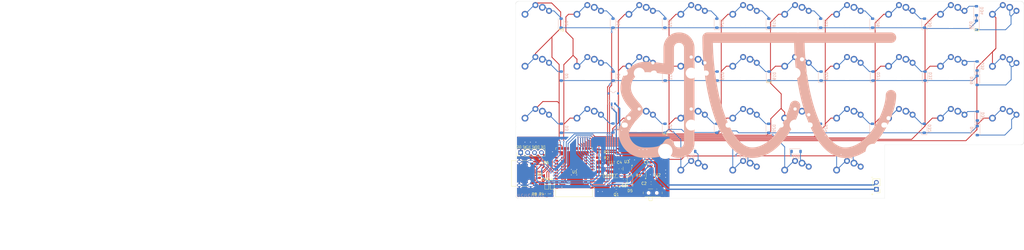
<source format=kicad_pcb>
(kicad_pcb (version 20240108) (generator "pcbnew") (generator_version "8.0")
  (layers (0 "F.Cu" signal) (31 "B.Cu" signal) (34 "B.Paste" user) (35 "F.Paste" user) (36 "B.SilkS" user "B.Silkscreen") (37 "F.SilkS" user "F.Silkscreen") (38 "B.Mask" user) (39 "F.Mask" user) (44 "Edge.Cuts" user))
  (net 0 "")
  (net 1 "VBUS")
  (net 2 "+BATT")
  (net 3 "Net-(D5-K)")
  (net 4 "GND")
  (net 5 "COL8")
  (net 6 "+3V3")
  (net 7 "COL1")
  (net 8 "COL10")
  (net 9 "COL5")
  (net 10 "COL9")
  (net 11 "D+")
  (net 12 "COL3")
  (net 13 "COL4")
  (net 14 "COL2")
  (net 15 "ROW2")
  (net 16 "COL7")
  (net 17 "ROW4")
  (net 18 "COL6")
  (net 19 "ROW3")
  (net 20 "Net-(D2-A)")
  (net 21 "Net-(D7-A)")
  (net 22 "Net-(D11-A)")
  (net 23 "ROW1")
  (net 24 "Net-(D15-A)")
  (net 25 "Net-(D19-A)")
  (net 26 "Net-(D23-A)")
  (net 27 "Net-(D27-A)")
  (net 28 "Net-(D31-A)")
  (net 29 "Net-(D35-A)")
  (net 30 "Net-(D39-A)")
  (net 31 "Net-(D3-A)")
  (net 32 "Net-(D8-A)")
  (net 33 "Net-(D12-A)")
  (net 34 "Net-(D16-A)")
  (net 35 "Net-(D20-A)")
  (net 36 "Net-(D24-A)")
  (net 37 "Net-(D28-A)")
  (net 38 "Net-(D32-A)")
  (net 39 "Net-(D36-A)")
  (net 40 "Net-(D40-A)")
  (net 41 "Net-(Q1-D)")
  (net 42 "Net-(U2-PROG)")
  (net 43 "VSENSE")
  (net 44 "Net-(D13-A)")
  (net 45 "Net-(D17-A)")
  (net 46 "Net-(D21-A)")
  (net 47 "Net-(D25-A)")
  (net 49 "Net-(D4-K)")
  (net 50 "Net-(D1-A)")
  (net 51 "Net-(D6-A)")
  (net 52 "Net-(D10-A)")
  (net 53 "Net-(D14-A)")
  (net 54 "Net-(D18-A)")
  (net 55 "Net-(D22-A)")
  (net 56 "Net-(D26-A)")
  (net 57 "Net-(D30-A)")
  (net 58 "Net-(D34-A)")
  (net 59 "Net-(D38-A)")
  (net 60 "D-")
  (net 62 "Net-(J1-CC2)")
  (net 63 "Net-(J1-CC1)")
  (net 64 "BLUE_LED")
  (net 66 "GREEN_LED")
  (net 68 "Net-(D9-K)")
  (net 74 "SWDCLK")
  (net 77 "SWDIO")
  (net 97 "RESET")
  (footprint "PCM_Switch_Keyboard_Kailh:SW_Kailh_Choc_V1" (layer "F.Cu") (at 238.125 104.775)
    (property "Reference" "SW27" (hide yes))
    (property "Value" "SW_SPST")
  )
  (footprint "PCM_Switch_Keyboard_Kailh:SW_Kailh_Choc_V1" (layer "F.Cu") (at 295.275 85.725)
    (property "Reference" "SW20" (hide yes))
    (property "Value" "SW_SPST")
  )
  (footprint "PCM_Switch_Keyboard_Kailh:SW_Kailh_Choc_V1" (layer "F.Cu") (at 276.225 85.725)
    (property "Reference" "SW19" (hide yes))
    (property "Value" "SW_SPST")
  )
  (footprint "PCM_Switch_Keyboard_Kailh:SW_Kailh_Choc_V1" (layer "F.Cu") (at 161.925 47.625)
    (property "Reference" "SW33" (hide yes))
    (property "Value" "SW_SPST")
  )
  (footprint "PCM_Switch_Keyboard_Kailh:SW_Kailh_Choc_V1" (layer "F.Cu") (at 200.025 47.625)
    (property "Reference" "SW35" (hide yes))
    (property "Value" "SW_SPST")
  )
  (footprint "PCM_Switch_Keyboard_Kailh:SW_Kailh_Choc_V1" (layer "F.Cu") (at 142.875 85.725)
    (property "Reference" "SW12" (hide yes))
    (property "Value" "SW_SPST")
  )
  (footprint "PCM_Switch_Keyboard_Kailh:SW_Kailh_Choc_V1" (layer "F.Cu") (at 238.125 47.625)
    (property "Reference" "SW37" (hide yes))
    (property "Value" "SW_SPST")
  )
  (footprint "PCM_Switch_Keyboard_Kailh:SW_Kailh_Choc_V1" (layer "F.Cu") (at 219.075 104.775)
    (property "Reference" "SW26" (hide yes))
    (property "Value" "SW_SPST")
  )
  (footprint "PCM_Switch_Keyboard_Kailh:SW_Kailh_Choc_V1" (layer "F.Cu") (at 142.875 47.625)
    (property "Reference" "SW32" (hide yes))
    (property "Value" "SW_SPST")
  )
  (footprint "MountingHole:MountingHole_5.3mm_M5" (layer "F.Cu") (at 247.65 95.25)
    (property "Reference" "H3")
    (property "Value" "MountingHole")
  )
  (footprint "Resistor_SMD:R_0603_1608Metric" (layer "F.Cu") (at 147.275 95.7 180)
    (property "Reference" "R2")
    (property "Value" "806/820k")
  )
  (footprint "PCM_Switch_Keyboard_Kailh:SW_Kailh_Choc_V1" (layer "F.Cu") (at 200.025 85.725)
    (property "Reference" "SW15" (hide yes))
    (property "Value" "SW_SPST")
  )
  (footprint "Connector_PinHeader_2.54mm:PinHeader_1x02_P2.54mm_Vertical" (layer "F.Cu") (at 248.9 109.275723 180)
    (property "Reference" "J2" (hide yes))
    (property "Value" "X1224WRS-02-LPV01")
  )
  (footprint "Connector_PinHeader_2.54mm:PinHeader_1x04_P2.54mm_Vertical" (layer "F.Cu") (at 118.43 95.8 90)
    (property "Reference" "JSWD1" (hide yes))
    (property "Value" "SWD")
  )
  (footprint "MountingHole:MountingHole_5.3mm_M5" (layer "F.Cu") (at 209.55 76.2)
    (property "Reference" "H4")
    (property "Value" "MountingHole")
  )
  (footprint "Diode_SMD:D_SOD-123" (layer "F.Cu") (at 158.55 106.65 -90)
    (property "Reference" "D5")
    (property "Value" "1N5819W")
  )
  (footprint "Resistor_SMD:R_0603_1608Metric" (layer "F.Cu") (at 126 99.5 90)
    (property "Reference" "R6")
    (property "Value" "5.1kR")
  )
  (footprint "Resistor_SMD:R_0603_1608Metric" (layer "F.Cu") (at 128 110.9375 -90)
    (property "Reference" "R8")
    (property "Value" "1K")
  )
  (footprint "PCM_Switch_Keyboard_Kailh:SW_Kailh_Choc_V1" (layer "F.Cu") (at 238.125 66.675)
    (property "Reference" "SW7" (hide yes))
    (property "Value" "SW_SPST")
  )
  (footprint "PCM_Switch_Keyboard_Kailh:SW_Kailh_Choc_V1" (layer "F.Cu") (at 180.975 47.625)
    (property "Reference" "SW34" (hide yes))
    (property "Value" "SW_SPST")
  )
  (footprint "Capacitor_SMD:C_0603_1608Metric" (layer "F.Cu") (at 156.55 105.65 90)
    (property "Reference" "C3")
    (property "Value" "1uF")
  )
  (footprint "MountingHole:MountingHole_5.3mm_M5" (layer "F.Cu") (at 133.35 57.15)
    (property "Reference" "H5")
    (property "Value" "MountingHole")
  )
  (footprint "Capacitor_SMD:C_0603_1608Metric" (layer "F.Cu") (at 155 101.775 -90)
    (property "Reference" "C4")
    (property "Value" "1uF")
  )
  (footprint "PCM_Switch_Keyboard_Kailh:SW_Kailh_Choc_V1" (layer "F.Cu") (at 200.025 104.775)
    (property "Reference" "SW25" (hide yes))
    (property "Value" "SW_SPST")
  )
  (footprint "PCM_Switch_Keyboard_Kailh:SW_Kailh_Choc_V1" (layer "F.Cu") (at 257.175 47.625)
    (property "Reference" "SW38" (hide yes))
    (property "Value" "SW_SPST")
  )
  (footprint "Package_TO_SOT_SMD:SOT-23" (layer "F.Cu") (at 153.4875 106.65 180)
    (property "Reference" "Q1")
    (property "Value" "AO3401A")
  )
  (footprint "PCM_Switch_Keyboard_Kailh:SW_Kailh_Choc_V1" (layer "F.Cu") (at 123.825 47.625)
    (property "Reference" "SW31" (hide yes))
    (property "Value" "SW_SPST")
  )
  (footprint "PCM_Switch_Keyboard_Kailh:SW_Kailh_Choc_V1" (layer "F.Cu") (at 161.925 85.725)
    (property "Reference" "SW13" (hide yes))
    (property "Value" "SW_SPST")
  )
  (footprint "PCM_Switch_Keyboard_Kailh:SW_Kailh_Choc_V1" (layer "F.Cu") (at 219.075 66.675)
    (property "Reference" "SW6" (hide yes))
    (property "Value" "SW_SPST")
  )
  (footprint "Resistor_SMD:R_0603_1608Metric" (layer "F.Cu") (at 147.275 97.7)
    (property "Reference" "R3")
    (property "Value" "2M")
  )
  (footprint "LED_SMD:LED_0603_1608Metric" (layer "F.Cu") (at 128 107.7875 90)
    (property "Reference" "D9")
    (property "Value" "BLUE")
  )
  (footprint "PCM_Switch_Keyboard_Kailh:SW_Kailh_Choc_V1" (layer "F.Cu") (at 142.875 66.675)
    (property "Reference" "SW2" (hide yes))
    (property "Value" "SW_SPST")
  )
  (footprint "PCM_Switch_Keyboard_Kailh:SW_Kailh_Choc_V1" (layer "F.Cu") (at 161.925 66.675)
    (property "Reference" "SW3" (hide yes))
    (property "Value" "SW_SPST")
  )
  (footprint "Capacitor_SMD:C_0603_1608Metric" (layer "F.Cu") (at 164.5 100.75 180)
    (property "Reference" "C1")
    (property "Value" "4.7uF")
  )
  (footprint "PCM_Switch_Keyboard_Kailh:SW_Kailh_Choc_V1" (layer "F.Cu") (at 123.825 85.725)
    (property "Reference" "SW11" (hide yes))
    (property "Value" "SW_SPST")
  )
  (footprint "PCM_Switch_Keyboard_Kailh:SW_Kailh_Choc_V1" (layer "F.Cu") (at 180.975 104.775)
    (property "Reference" "SW24" (hide yes))
    (property "Value" "SW_SPST")
  )
  (footprint "PCM_Switch_Keyboard_Kailh:SW_Kailh_Choc_V1" (layer "F.Cu") (at 123.825 66.675)
    (property "Reference" "SW1" (hide yes))
    (property "Value" "SW_SPST")
  )
  (footprint "Resistor_SMD:R_0603_1608Metric" (layer "F.Cu") (at 130 110.8575 -90)
    (property "Reference" "R4")
    (property "Value" "1K")
  )
  (footprint "MountingHole:MountingHole_5.3mm_M5" (layer "F.Cu") (at 285.75 57.15)
    (property "Reference" "H2")
    (property "Value" "MountingHole")
  )
  (footprint "PCM_Switch_Keyboard_Kailh:SW_Kailh_Choc_V1" (layer "F.Cu") (at 276.225 47.625)
    (property "Reference" "SW39" (hide yes))
    (property "Value" "SW_SPST")
  )
  (footprint "Capacitor_SMD:C_0603_1608Metric" (layer "F.Cu") (at 166.275 107 180)
    (property "Reference" "C2")
    (property "Value" "4.7uF")
  )
  (footprint "PCM_Switch_Keyboard_Kailh:SW_Kailh_Choc_V1" (layer "F.Cu") (at 180.975 66.675)
    (property "Reference" "SW4" (hide yes))
    (property "Value" "SW_SPST")
  )
  (footprint "Package_TO_SOT_SMD:SOT-23-5" (layer "F.Cu") (at 166 104 90)
    (property "Reference" "U2")
    (property "Value" "MCP73831")
  )
  (footprint "PCM_Switch_Keyboard_Kailh:SW_Kailh_Choc_V1" (layer "F.Cu") (at 257.175 66.675)
    (property "Reference" "SW8" (hide yes))
    (property "Value" "SW_SPST")
  )
  (footprint "Package_TO_SOT_SMD:SOT-23" (layer "F.Cu") (at 157.55 101.7125 -90)
    (property "Reference" "U3")
    (property "Value" "XC6206P332MR-G")
  )
  (footprint "Resistor_SMD:R_0603_1608Metric" (layer "F.Cu") (at 125.35 105.9 -90)
    (property "Reference" "R5")
    (property "Value" "5.1kR")
  )
  (footprint "PCM_Switch_Keyboard_Kailh:SW_Kailh_Choc_V1" (layer "F.Cu") (at 200.025 66.675)
    (property "Reference" "SW5" (hide yes))
    (property "Value" "SW_SPST")
  )
  (footprint "PCM_Switch_Keyboard_Kailh:SW_Kailh_Choc_V1" (layer "F.Cu") (at 295.275 47.625)
    (property "Reference" "SW40" (hide yes))
    (property "Value" "SW_SPST")
  )
  (footprint "Resistor_SMD:R_0603_1608Metric" (layer "F.Cu") (at 153.5 109.775)
    (property "Reference" "R7")
    (property "Value" "100k")
  )
  (footprint "Resistor_SMD:R_0603_1608Metric" (layer "F.Cu") (at 163.25 104.25 -90)
    (property "Reference" "R1")
    (property "Value" "RPROG")
  )
  (footprint "PCM_Switch_Keyboard_Kailh:SW_Kailh_Choc_V1" (layer "F.Cu") (at 295.275 66.725)
    (property "Reference" "SW10" (hide yes))
    (property "Value" "SW_SPST")
  )
  (footprint "PCM_Switch_Keyboard_Kailh:SW_Kailh_Choc_V1" (layer "F.Cu") (at 238.125 85.725)
    (property "Reference" "SW17" (hide yes))
    (property "Value" "SW_SPST")
  )
  (footprint "MountingHole:MountingHole_5.3mm_M5" (layer "F.Cu") (at 171.45 95.25)
    (property "Reference" "H1")
    (property "Value" "MountingHole")
  )
  (footprint "LED_SMD:LED_0603_1608Metric" (layer "F.Cu") (at 130 107.7875 90)
    (property "Reference" "D4")
    (property "Value" "BLUE")
  )
  (footprint "Button_Switch_SMD:Panasonic_EVQPUL_EVQPUC" (layer "F.Cu") (at 149.5 102)
    (property "Reference" "R_TACT1" (hide yes))
    (property "Value" "SW_Push")
  )
  (footprint "PCM_Switch_Keyboard_Kailh:SW_Kailh_Choc_V1" (layer "F.Cu") (at 219.075 85.725)
    (property "Reference" "SW16" (hide yes))
    (property "Value" "SW_SPST")
  )
  (footprint "PCM_Switch_Keyboard_Kailh:SW_Kailh_Choc_V1" (layer "F.Cu") (at 180.975 85.725)
    (property "Reference" "SW14" (hide yes))
    (property "Value" "SW_SPST")
  )
  (footprint "PCM_Switch_Keyboard_Kailh:SW_Kailh_Choc_V1" (layer "F.Cu") (at 257.175 85.725)
    (property "Reference" "SW18" (hide yes))
    (property "Value" "SW_SPST")
  )
  (footprint "Connector_USB:USB_C_Receptacle_HRO_TYPE-C-31-M-12" (layer "F.Cu") (at 118.955 103.45 -90)
    (property "Reference" "J1" (hide yes))
    (property "Value" "USB_C_Receptacle_USB2.0_14P")
  )
  (footprint "Button_Switch_SMD:SW_SPDT_PCM12" (layer "F.Cu") (at 166.85 110.28)
    (property "Reference" "SW21" (hide yes))
    (property "Value" "PCM12SMTR")
  )
  (footprint "PCM_Switch_Keyboard_Kailh:SW_Kailh_Choc_V1" (layer "F.Cu") (at 219.075 47.625)
    (property "Reference" "SW36" (hide yes))
    (property "Value" "SW_SPST")
  )
  (footprint "PCM_Switch_Keyboard_Kailh:SW_Kailh_Choc_V1" (layer "F.Cu") (at 276.225 66.675)
    (property "Reference" "SW9" (hide yes))
    (property "Value" "SW_SPST")
  )
  (footprint "mylib:XCVR_HOLYIOT-18010-NRF52840" (layer "F.Cu") (at 138 103 180)
    (property "Reference" "U1")
    (property "Value" "HOLYIOT-18010-NRF52840")
  )
  (footprint "Diode_SMD:D_SOD-123" (layer "B.Cu") (at 228.621425 67.75 90)
    (property "Reference" "D23")
    (property "Value" "D_Small")
  )
  (footprint "Diode_SMD:D_SOD-123" (layer "B.Cu") (at 285.85 69.35 -90)
    (property "Reference" "D39")
    (property "Value" "D_Small")
  )
  (footprint "Diode_SMD:D_SOD-123" (layer "B.Cu") (at 266.45 86.9 90)
    (property "Reference" "D32")
    (property "Value" "D_Small")
  )
  (footprint "Diode_SMD:D_SOD-123" (layer "B.Cu") (at 247.507142 48.35 90)
    (property "Reference" "D26")
    (property "Value" "D_Small")
  )
  (footprint "Diode_SMD:D_SOD-123" (layer "B.Cu") (at 228.421425 86.9 90)
    (property "Reference" "D24")
    (property "Value" "D_Small")
  )
  (footprint "Diode_SMD:D_SOD-123" (layer "B.Cu") (at 190.378571 48.35 90)
    (property "Reference" "D14")
    (property "Value" "D_Small")
  )
  (footprint "Diode_SMD:D_SOD-123" (layer "B.Cu") (at 171.42857 67.75 90)
    (property "Reference" "D11")
    (property "Value" "D_Small")
  )
  (footprint "Diode_SMD:D_SOD-123" (layer "B.Cu") (at 247.68571 67.75 90)
    (property "Reference" "D27")
    (property "Value" "D_Small")
  )
  (footprint "Diode_SMD:D_SOD-123" (layer "B.Cu") (at 152.364285 67.75 90)
    (property "Reference" "D7")
    (property "Value" "D_Small")
  )
  (footprint "Diode_SMD:D_SOD-123" (layer "B.Cu") (at 238.75 95.45)
    (property "Reference" "D25")
    (property "Value" "D_Small")
  )
  (footprint "Diode_SMD:D_SOD-123" (layer "B.Cu") (at 266.75 67.75 90)
    (property "Reference" "D31")
    (property "Value" "D_Small")
  )
  (footprint "Diode_SMD:D_SOD-123" (layer "B.Cu") (at 219.433332 95.4)
    (property "Reference" "D21")
    (property "Value" "D_Small")
  )
  (footprint "Diode_SMD:D_SOD-123" (layer "B.Cu") (at 247.43571 86.9 90)
    (property "Reference" "D28")
    (property "Value" "D_Small")
  )
  (footprint "Diode_SMD:D_SOD-123" (layer "B.Cu") (at 228.464285 48.35 90)
    (property "Reference" "D22")
    (property "Value" "D_Small")
  )
  (footprint "Diode_SMD:D_SOD-123" (layer "B.Cu") (at 133.25 48.35 90)
    (property "Reference" "D1")
    (property "Value" "D_Small")
  )
  (footprint "Diode_SMD:D_SOD-123" (layer "B.Cu") (at 133.3 67.75 90)
    (property "Reference" "D2")
    (property "Value" "D_Small")
  )
  (footprint "Diode_SMD:D_SOD-123" (layer "B.Cu") (at 209.40714 86.9 90)
    (property "Reference" "D20")
    (property "Value" "D_Small")
  )
  (footprint "Diode_SMD:D_SOD-123" (layer "B.Cu") (at 133.35 86.9 90)
    (property "Reference" "D3")
    (property "Value" "D_Small")
  )
  (footprint "Diode_SMD:D_SOD-123" (layer "B.Cu") (at 200.116666 95.5)
    (property "Reference" "D17")
    (property "Value" "D_Small")
  )
  (footprint "Diode_SMD:D_SOD-123" (layer "B.Cu") (at 209.55714 67.75 90)
    (property "Reference" "D19")
    (property "Value" "D_Small")
  )
  (footprint "Diode_SMD:D_SOD-123" (layer "B.Cu") (at 285.6 49.1 -90)
    (property "Reference" "D38")
    (property "Value" "D_Small")
  )
  (footprint "Diode_SMD:D_SOD-123" (layer "B.Cu") (at 209.421428 48.35 90)
    (property "Reference" "D18")
    (property "Value" "D_Small")
  )
  (footprint "Diode_SMD:D_SOD-123" (layer "B.Cu") (at 171.37857 86.9 90)
    (property "Reference" "D12")
    (property "Value" "D_Small")
  )
  (footprint "Diode_SMD:D_SOD-123" (layer "B.Cu") (at 152.292857 48.35 90)
    (property "Reference" "D6")
    (property "Value" "D_Small")
  )
  (footprint "Diode_SMD:D_SOD-123" (layer "B.Cu") (at 190.392855 86.9 90)
    (property "Reference" "D16")
    (property "Value" "D_Small")
  )
  (footprint "Diode_SMD:D_SOD-123" (layer "B.Cu") (at 285.9 87.75 -90)
    (property "Reference" "D40")
    (property "Value" "D_Small")
  )
  (footprint "Connector_Molex:Molex_Pico-EZmate_78171-0002_1x02-1MP_P1.20mm_Vertical" (layer "B.Cu") (at 152.4 76)
    (property "Reference" "J3")
    (property "Value" "X1224WRS-02-LPV01")
  )
  (footprint "Diode_SMD:D_SOD-123" (layer "B.Cu") (at 285.95 82.4 90)
    (property "Reference" "D36")
    (property "Value" "D_Small")
  )
  (footprint "Diode_SMD:D_SOD-123" (layer "B.Cu") (at 285.85 64.05 90)
    (property "Reference" "D35")
    (property "Value" "D_Small")
  )
  (footprint "Diode_SMD:D_SOD-123" (layer "B.Cu") (at 171.335714 48.35 90)
    (property "Reference" "D10")
    (property "Value" "D_Small")
  )
  (footprint "Diode_SMD:D_SOD-123" (layer "B.Cu") (at 180.8 95.4)
    (property "Reference" "D13")
    (property "Value" "D_Small")
  )
  (footprint "Diode_SMD:D_SOD-123" (layer "B.Cu") (at 190.492855 67.75 90)
    (property "Reference" "D15")
    (property "Value" "D_Small")
  )
  (footprint "Diode_SMD:D_SOD-123" (layer "B.Cu") (at 285.6 43.8 90)
    (property "Reference" "D34")
    (property "Value" "D_Small")
  )
  (footprint "Diode_SMD:D_SOD-123" (layer "B.Cu") (at 266.55 48.35 90)
    (property "Reference" "D30")
    (property "Value" "D_Small")
  )
  (footprint "Diode_SMD:D_SOD-123" (layer "B.Cu") (at 152.3 86.8 90)
    (property "Reference" "D8")
    (property "Value" "D_Small")
  )
  (gr_poly (pts (xy 176.175 51.75) (xy 175.871795 51.771415) (xy 175.57798 51.806331) (xy 175.293522 51.85419) (xy 175.018387 51.914434) (xy 174.752543 51.986502) (xy 174.495956 52.069838) (xy 174.248592 52.163882) (xy 174.010418 52.268076) (xy 173.781402 52.38186) (xy 173.561508 52.504678) (xy 173.350705 52.635969) (xy 173.148959 52.775176) (xy 172.956237 52.92174) (xy 172.772505 53.075102) (xy 172.597729 53.234703) (xy 172.440793 53.390688) (xy 172.293442 53.549285) (xy 172.155383 53.709805) (xy 172.026322 53.87156) (xy 171.905966 54.033864) (xy 171.794021 54.196028) (xy 171.690195 54.357365) (xy 171.594194 54.517187) (xy 171.505724 54.674807) (xy 171.424492 54.829537) (xy 171.350204 54.980689) (xy 171.282568 55.127576) (xy 171.166075 55.405802) (xy 171.072667 55.658715) (xy 171.028548 55.793248) (xy 170.989455 55.926975) (xy 170.955088 56.059603) (xy 170.925146 56.190841) (xy 170.899327 56.320395) (xy 170.877331 56.447973) (xy 170.858857 56.573282) (xy 170.843605 56.696031) (xy 170.821563 56.932675) (xy 170.808797 57.155565) (xy 170.802902 57.362361) (xy 170.801472 57.550724) (xy 170.801472 63.078743) (xy 169.674375 62.924626) (xy 169.067135 62.842274) (xy 168.430005 62.759338) (xy 167.79482 62.682434) (xy 167.141605 62.612459) (xy 166.476018 62.553708) (xy 165.803719 62.510474) (xy 165.130365 62.48705) (xy 164.461616 62.48773) (xy 164.130736 62.498451) (xy 163.80313 62.516807) (xy 163.479504 62.543336) (xy 163.160565 62.578575) (xy 162.693441 62.648995) (xy 162.237961 62.740882) (xy 161.794333 62.853544) (xy 161.362767 62.986293) (xy 160.943472 63.138437) (xy 160.536656 63.309287) (xy 160.142529 63.498151) (xy 159.761298 63.70434) (xy 159.393174 63.927163) (xy 159.038365 64.16593) (xy 158.69708 64.419951) (xy 158.369528 64.688535) (xy 158.055918 64.970992) (xy 157.756458 65.266632) (xy 157.471358 65.574765) (xy 157.200826 65.894699) (xy 156.945072 66.225746) (xy 156.704304 66.567214) (xy 156.478731 66.918413) (xy 156.268562 67.278652) (xy 156.074007 67.647243) (xy 155.895273 68.023494) (xy 155.73257 68.406714) (xy 155.586106 68.796214) (xy 155.456092 69.191304) (xy 155.342734 69.591293) (xy 155.246244 69.99549) (xy 155.166828 70.403205) (xy 155.104697 70.813749) (xy 155.060059 71.22643) (xy 155.033123 71.640559) (xy 155.024098 72.055445) (xy 155.043681 72.621572) (xy 155.100282 73.170721) (xy 155.190679 73.702681) (xy 155.311651 74.217242) (xy 155.459977 74.714195) (xy 155.632435 75.193329) (xy 155.825802 75.654436) (xy 156.036859 76.097304) (xy 156.262383 76.521723) (xy 156.499152 76.927485) (xy 156.743946 77.314379) (xy 156.993542 77.682194) (xy 157.494256 78.359752) (xy 157.975521 78.958478) (xy 158.311946 79.359429) (xy 158.602556 79.698517) (xy 159.070637 80.242501) (xy 158.57459 80.785968) (xy 158.30229 81.090901) (xy 158.018915 81.41444) (xy 157.728297 81.753941) (xy 157.43427 82.106759) (xy 157.140665 82.47025) (xy 156.851315 82.841767) (xy 156.62311 83.145802) (xy 156.396086 83.459239) (xy 156.17202 83.781208) (xy 155.95269 84.110841) (xy 155.73987 84.447271) (xy 155.535338 84.78963) (xy 155.340871 85.137048) (xy 155.158246 85.488658) (xy 154.989874 85.842081) (xy 154.909232 86.024465) (xy 154.831588 86.210376) (xy 154.757418 86.399623) (xy 154.687199 86.592015) (xy 154.621407 86.787362) (xy 154.560518 86.985474) (xy 154.505008 87.186159) (xy 154.455355 87.389226) (xy 154.412033 87.594486) (xy 154.37552 87.801747) (xy 154.346292 88.010819) (xy 154.324825 88.22151) (xy 154.311595 88.433631) (xy 154.30708 88.64699) (xy 154.343531 89.365002) (xy 154.453384 90.111667) (xy 154.637388 90.87664) (xy 154.896291 91.649577) (xy 155.230842 92.42013) (xy 155.426719 92.80128) (xy 155.64179 93.177955) (xy 155.876146 93.548862) (xy 156.129883 93.912707) (xy 156.403093 94.268197) (xy 156.695871 94.614039) (xy 157.008309 94.948939) (xy 157.340502 95.271606) (xy 157.692543 95.580745) (xy 158.064525 95.875063) (xy 158.456542 96.153267) (xy 158.868689 96.414064) (xy 159.301057 96.656161) (xy 159.753742 96.878265) (xy 160.226836 97.079081) (xy 160.720433 97.257318) (xy 161.234627 97.411682) (xy 161.769512 97.540879) (xy 162.32518 97.643617) (xy 162.901726 97.718602) (xy 163.499243 97.764542) (xy 164.117825 97.780142) (xy 165.122675 97.770118) (xy 166.066071 97.738094) (xy 166.950903 97.681148) (xy 167.78006 97.596356) (xy 168.174664 97.542604) (xy 168.556433 97.480793) (xy 168.925729 97.41056) (xy 169.282912 97.331537) (xy 169.628344 97.243359) (xy 169.962386 97.145662) (xy 170.285399 97.038079) (xy 170.597744 96.920245) (xy 170.829025 96.823307) (xy 171.052189 96.721105) (xy 171.267552 96.61378) (xy 171.47543 96.501476) (xy 171.67614 96.384336) (xy 171.869998 96.262501) (xy 172.05732 96.136115) (xy 172.238423 96.00532) (xy 172.410307 96.187756) (xy 172.593804 96.3647) (xy 172.789105 96.535286) (xy 172.996399 96.698647) (xy 173.215877 96.853917) (xy 173.447729 97.000229) (xy 173.692146 97.136719) (xy 173.949317 97.262519) (xy 174.219434 97.376762) (xy 174.502685 97.478584) (xy 174.799262 97.567118) (xy 175.109355 97.641497) (xy 175.433154 97.700855) (xy 175.770849 97.744326) (xy 175.944968 97.759833) (xy 176.122631 97.771044) (xy 176.303864 97.77785) (xy 176.48869 97.780142) (xy 176.942487 97.766096) (xy 177.374241 97.725068) (xy 177.784313 97.658728) (xy 178.173065 97.568745) (xy 178.540858 97.456786) (xy 178.888055 97.32452) (xy 179.215016 97.173615) (xy 179.522104 97.005741) (xy 179.809679 96.822565) (xy 180.078104 96.625757) (xy 180.327741 96.416984) (xy 180.55895 96.197915) (xy 180.772093 95.970219) (xy 180.967532 95.735564) (xy 181.145628 95.495618) (xy 181.306744 95.252051) (xy 181.375999 95.138108) (xy 181.441363 95.024727) (xy 181.502947 94.91212) (xy 181.560866 94.8005) (xy 181.615233 94.690083) (xy 181.666162 94.581081) (xy 181.75816 94.368175) (xy 181.837769 94.163493) (xy 181.905896 93.968742) (xy 181.963451 93.78563) (xy 182.011341 93.615866) (xy 182.032376 93.534921) (xy 182.051488 93.457107) (xy 182.068764 93.382605) (xy 182.084293 93.311594) (xy 182.110453 93.180766) (xy 182.130665 93.066062) (xy 182.138851 93.014749) (xy 182.145944 92.967703) (xy 182.151946 92.925121) (xy 182.156857 92.887202) (xy 182.161088 92.853865) (xy 182.162956 92.838982) (xy 182.164525 92.825289) (xy 182.165038 92.819046) (xy 182.165452 92.813052) (xy 182.165869 92.807355) (xy 182.166109 92.804633) (xy 182.166386 92.802005) (xy 182.166779 92.797046) (xy 182.167172 92.792483) (xy 182.168232 92.787986) (xy 182.168232 92.786132) (xy 182.168231 92.786107) (xy 182.168225 92.786081) (xy 182.168208 92.786054) (xy 182.168174 92.786026) (xy 182.168118 92.785995) (xy 182.168035 92.785962) (xy 182.167919 92.785926) (xy 182.167765 92.785887) (xy 182.167567 92.785843) (xy 182.167319 92.785795) (xy 182.166655 92.785683) (xy 182.165727 92.785548) (xy 182.164493 92.785385) (xy 182.162908 92.785191) (xy 182.160929 92.784962) (xy 182.158512 92.784693) (xy 182.155612 92.784382) (xy 182.152187 92.784025) (xy 182.148192 92.783617) (xy 182.143584 92.783155) (xy 182.138318 92.782635) (xy 182.132351 92.782053) (xy 182.125639 92.781406) (xy 182.118139 92.780689) (xy 182.109806 92.779899) (xy 182.100596 92.779031) (xy 182.090467 92.778083) (xy 182.067271 92.775929) (xy 182.039869 92.773405) (xy 182.00791 92.770482) (xy 181.971043 92.767128) (xy 181.928917 92.763313) (xy 181.881183 92.759007) (xy 181.827489 92.754178) (xy 181.767485 92.748798) (xy 181.70082 92.742834) (xy 181.627144 92.736257) (xy 181.546107 92.729035) (xy 181.457357 92.721139) (xy 181.360544 92.712538) (xy 181.255318 92.703202) (xy 181.141328 92.693099) (xy 181.018223 92.682199) (xy 180.885653 92.670473) (xy 180.743268 92.657888) (xy 180.590716 92.644416) (xy 180.427648 92.630024) (xy 180.253712 92.614684) (xy 182.168232 92.783221) (xy 182.171402 92.741109) (xy 182.173725 92.698949) (xy 182.174554 92.677867) (xy 182.175154 92.656791) (xy 182.175518 92.635728) (xy 182.17564 92.614684) (xy 182.17564 57.478598) (xy 178.331776 57.478598) (xy 178.331776 92.471278) (xy 178.325763 92.502536) (xy 178.318213 92.539573) (xy 178.313753 92.560081) (xy 178.308778 92.581819) (xy 178.303244 92.604717) (xy 178.297108 92.628703) (xy 178.277885 92.696357) (xy 178.255424 92.767304) (xy 178.229565 92.840868) (xy 178.200145 92.916372) (xy 178.167005 92.993143) (xy 178.148989 93.031791) (xy 178.129982 93.070502) (xy 178.109964 93.109191) (xy 178.088916 93.147774) (xy 178.066816 93.186167) (xy 178.043644 93.224284) (xy 178.004442 93.284772) (xy 177.960781 93.346504) (xy 177.911959 93.408769) (xy 177.857276 93.470858) (xy 177.827518 93.501614) (xy 177.796031 93.532059) (xy 177.762728 93.562106) (xy 177.727521 93.591664) (xy 177.690324 93.620646) (xy 177.651048 93.648962) (xy 177.609605 93.676524) (xy 177.565908 93.703243) (xy 177.519869 93.729031) (xy 177.471401 93.753798) (xy 177.420416 93.777455) (xy 177.366827 93.799915) (xy 177.310545 93.821088) (xy 177.251483 93.840886) (xy 177.189554 93.859219) (xy 177.124669 93.875999) (xy 177.056742 93.891137) (xy 176.985684 93.904545) (xy 176.911408 93.916134) (xy 176.833826 93.925815) (xy 176.752851 93.933499) (xy 176.668395 93.939097) (xy 176.580371 93.942521) (xy 176.48869 93.943682) (xy 176.308937 93.939097) (xy 176.143465 93.925815) (xy 175.991573 93.904545) (xy 175.852557 93.875999) (xy 175.725718 93.840886) (xy 175.610353 93.799915) (xy 175.505761 93.753798) (xy 175.411241 93.703243) (xy 175.326091 93.648962) (xy 175.249609 93.591664) (xy 175.181094 93.532059) (xy 175.119844 93.470858) (xy 175.065158 93.408769) (xy 175.016334 93.346504) (xy 174.972672 93.284772) (xy 174.933468 93.224284) (xy 174.91034 93.186167) (xy 174.888272 93.147774) (xy 174.867247 93.109191) (xy 174.847244 93.070502) (xy 174.828247 93.031791) (xy 174.810236 92.993143) (xy 174.777097 92.916372) (xy 174.74768 92.840868) (xy 174.721835 92.767304) (xy 174.699412 92.696357) (xy 174.680264 92.628703) (xy 174.672269 92.597932) (xy 174.665142 92.569011) (xy 174.658852 92.542081) (xy 174.653372 92.517281) (xy 174.64473 92.474629) (xy 174.638989 92.442172) (xy 174.636082 92.422595) (xy 174.636233 92.424076) (xy 174.628375 92.356336) (xy 174.616715 92.281679) (xy 174.584911 92.1352) (xy 174.542153 91.992914) (xy 174.488872 91.855323) (xy 174.425497 91.722927) (xy 174.352458 91.596227) (xy 174.270185 91.475722) (xy 174.179107 91.361913) (xy 174.079655 91.2553) (xy 173.972257 91.156385) (xy 173.857345 91.065666) (xy 173.735347 90.983645) (xy 173.606694 90.910822) (xy 173.471816 90.847697) (xy 173.331141 90.794771) (xy 173.258765 90.772288) (xy 173.185101 90.752543) (xy 173.035339 90.721818) (xy 172.885317 90.703199) (xy 172.73566 90.696436) (xy 172.586996 90.701284) (xy 172.43995 90.717494) (xy 172.295149 90.744818) (xy 172.153218 90.783009) (xy 172.014785 90.831819) (xy 171.880476 90.891001) (xy 171.750917 90.960306) (xy 171.626734 91.039488) (xy 171.508554 91.128298) (xy 171.397003 91.226489) (xy 171.292707 91.333813) (xy 171.196293 91.450023) (xy 171.108387 91.57487) (xy 170.988516 91.756553) (xy 170.871198 91.926327) (xy 170.755842 92.084742) (xy 170.641856 92.232346) (xy 170.52865 92.369688) (xy 170.415633 92.497319) (xy 170.302214 92.615787) (xy 170.187801 92.725641) (xy 170.071804 92.82743) (xy 169.953631 92.921704) (xy 169.832692 93.009012) (xy 169.708396 93.089903) (xy 169.58015 93.164925) (xy 169.447366 93.234629) (xy 169.309451 93.299564) (xy 169.165814 93.360278) (xy 168.988075 93.427131) (xy 168.796774 93.490404) (xy 168.59088 93.549996) (xy 168.369364 93.605806) (xy 168.131197 93.657732) (xy 167.875348 93.705674) (xy 167.600788 93.74953) (xy 167.306487 93.789199) (xy 166.991414 93.82458) (xy 166.654542 93.855572) (xy 166.294838 93.882073) (xy 165.911275 93.903982) (xy 165.502822 93.921199) (xy 165.068449 93.933623) (xy 164.607127 93.941151) (xy 164.117825 93.943682) (xy 163.732068 93.934267) (xy 163.360333 93.906569) (xy 163.002504 93.861408) (xy 162.658464 93.799607) (xy 162.328098 93.721987) (xy 162.011287 93.629368) (xy 161.707917 93.522572) (xy 161.41787 93.402419) (xy 161.141029 93.269732) (xy 160.87728 93.125331) (xy 160.626504 92.970038) (xy 160.388586 92.804673) (xy 160.163409 92.630058) (xy 159.950857 92.447014) (xy 159.750813 92.256362) (xy 159.56316 92.058923) (xy 159.387783 91.855519) (xy 159.224565 91.646971) (xy 158.934138 91.217725) (xy 158.690949 90.777757) (xy 158.494065 90.333634) (xy 158.342555 89.891927) (xy 158.235488 89.459204) (xy 158.171931 89.042035) (xy 158.150952 88.64699) (xy 158.15238 88.588326) (xy 158.156667 88.525436) (xy 158.163959 88.458311) (xy 158.174406 88.386942) (xy 158.188155 88.311321) (xy 158.205355 88.231439) (xy 158.226153 88.147286) (xy 158.250697 88.058854) (xy 158.279135 87.966134) (xy 158.311616 87.869117) (xy 158.348287 87.767794) (xy 158.389297 87.662157) (xy 158.434794 87.552195) (xy 158.484925 87.437902) (xy 158.539838 87.319266) (xy 158.599682 87.19628) (xy 158.726778 86.95167) (xy 158.866002 86.703221) (xy 159.016513 86.451535) (xy 159.177466 86.197213) (xy 159.348019 85.940858) (xy 159.527327 85.68307) (xy 159.714549 85.424451) (xy 159.908841 85.165602) (xy 160.31519 84.648599) (xy 160.718021 84.162452) (xy 161.110713 83.708724) (xy 161.486647 83.288979) (xy 162.690403 81.981078) (xy 162.74991 81.911271) (xy 162.805798 81.840702) (xy 162.907037 81.697565) (xy 162.994755 81.552226) (xy 163.069587 81.405249) (xy 163.132167 81.257194) (xy 163.18313 81.108624) (xy 163.223109 80.960099) (xy 163.25274 80.812181) (xy 163.272657 80.665433) (xy 163.283494 80.520415) (xy 163.285886 80.377689) (xy 163.280467 80.237817) (xy 163.267871 80.10136) (xy 163.248734 79.96888) (xy 163.223689 79.840938) (xy 163.193371 79.718096) (xy 163.164233 79.618523) (xy 163.131919 79.521088) (xy 163.096773 79.425894) (xy 163.05914 79.333046) (xy 163.019367 79.242647) (xy 162.977799 79.154801) (xy 162.93478 79.069613) (xy 162.890656 78.987186) (xy 162.800475 78.83103) (xy 162.710018 78.687165) (xy 162.622048 78.556422) (xy 162.539326 78.439631) (xy 162.374989 78.221335) (xy 162.187057 77.98586) (xy 161.982196 77.738593) (xy 161.767073 77.484918) (xy 161.332701 76.979883) (xy 161.126784 76.739292) (xy 160.937268 76.513833) (xy 160.723532 76.251675) (xy 160.516466 75.988292) (xy 160.31705 75.723475) (xy 160.126269 75.457016) (xy 159.945105 75.188706) (xy 159.774539 74.918336) (xy 159.615554 74.645698) (xy 159.469134 74.370583) (xy 159.33626 74.092782) (xy 159.217915 73.812086) (xy 159.115081 73.528288) (xy 159.028741 73.241177) (xy 158.959877 72.950547) (xy 158.909473 72.656187) (xy 158.878509 72.357889) (xy 158.86797 72.055445) (xy 158.873613 71.79504) (xy 158.890367 71.536508) (xy 158.918048 71.280199) (xy 158.95647 71.026462) (xy 159.005448 70.775648) (xy 159.064796 70.528104) (xy 159.13433 70.284181) (xy 159.213865 70.044228) (xy 159.303214 69.808596) (xy 159.402192 69.577632) (xy 159.510615 69.351687) (xy 159.628298 69.13111) (xy 159.755054 68.91625) (xy 159.890698 68.707458) (xy 160.035046 68.505082) (xy 160.187912 68.309472) (xy 160.349111 68.120977) (xy 160.518458 67.939948) (xy 160.695767 67.766733) (xy 160.880852 67.601682) (xy 161.07353 67.445144) (xy 161.273614 67.297468) (xy 161.480919 67.159006) (xy 161.695261 67.030105) (xy 161.916453 66.911115) (xy 162.14431 66.802386) (xy 162.378648 66.704266) (xy 162.619281 66.617107) (xy 162.866023 66.541257) (xy 163.11869 66.477065) (xy 163.377097 66.424881) (xy 163.641056 66.385055) (xy 163.862221 66.360767) (xy 164.090882 66.342386) (xy 164.326802 66.329664) (xy 164.569745 66.322351) (xy 165.07575 66.322956) (xy 165.607005 66.342209) (xy 166.161613 66.378117) (xy 166.73768 66.428688) (xy 167.333312 66.491928) (xy 167.946614 66.565845) (xy 170.357068 66.890618) (xy 170.958991 66.96628) (xy 171.544198 67.032038) (xy 172.104471 67.084045) (xy 172.631588 67.118454) (xy 172.72984 67.120651) (xy 172.827624 67.11786) (xy 172.924766 67.110145) (xy 173.021091 67.097571) (xy 173.116424 67.080202) (xy 173.210589 67.058103) (xy 173.303411 67.031337) (xy 173.394716 66.99997) (xy 173.484327 66.964066) (xy 173.572071 66.923689) (xy 173.657772 66.878904) (xy 173.741254 66.829776) (xy 173.822342 66.776368) (xy 173.900862 66.718745) (xy 173.976639 66.656972) (xy 174.049496 66.591113) (xy 174.118886 66.52164) (xy 174.184333 66.449067) (xy 174.245763 66.373564) (xy 174.303103 66.295301) (xy 174.356279 66.21445) (xy 174.405217 66.131181) (xy 174.449844 66.045664) (xy 174.490086 65.958071) (xy 174.52587 65.868571) (xy 174.557121 65.777336) (xy 174.583767 65.684535) (xy 174.605733 65.590341) (xy 174.622946 65.494922) (xy 174.635332 65.39845) (xy 174.642817 65.301096) (xy 174.645329 65.203029) (xy 174.645329 57.550724) (xy 174.646629 57.417682) (xy 174.650324 57.303094) (xy 174.656103 57.205348) (xy 174.663655 57.122833) (xy 174.67267 57.053939) (xy 174.682839 56.997054) (xy 174.693851 56.950567) (xy 174.705395 56.912867) (xy 174.726182 56.855033) (xy 174.748671 56.796441) (xy 174.772883 56.737288) (xy 174.798842 56.677772) (xy 174.826568 56.61809) (xy 174.856082 56.558439) (xy 174.887408 56.499018) (xy 174.920566 56.440023) (xy 174.955578 56.381653) (xy 174.992467 56.324105) (xy 175.031252 56.267577) (xy 175.071958 56.212266) (xy 175.114604 56.158369) (xy 175.159213 56.106085) (xy 175.205807 56.055611) (xy 175.254406 56.007145) (xy 175.297222 55.967734) (xy 175.343309 55.928471) (xy 175.392947 55.889685) (xy 175.446418 55.851707) (xy 175.504004 55.814867) (xy 175.565986 55.779494) (xy 175.632645 55.74592) (xy 175.704262 55.714473) (xy 175.78112 55.685484) (xy 175.863499 55.659283) (xy 175.906846 55.647331) (xy 175.95168 55.6362) (xy 175.998035 55.62593) (xy 176.045946 55.616564) (xy 176.095448 55.608143) (xy 176.146577 55.600707) (xy 176.199367 55.594298) (xy 176.253854 55.588957) (xy 176.310074 55.584726) (xy 176.36806 55.581646) (xy 176.427849 55.579757) (xy 176.489476 55.579102) (xy 176.613156 55.581649) (xy 176.729398 55.589161) (xy 176.8385 55.601295) (xy 176.940755 55.617709) (xy 177.03646 55.638062) (xy 177.125911 55.662011) (xy 177.209404 55.689214) (xy 177.287233 55.719328) (xy 177.359695 55.752012) (xy 177.427086 55.786923) (xy 177.489701 55.823719) (xy 177.547836 55.862058) (xy 177.601786 55.901597) (xy 177.651848 55.941996) (xy 177.698318 55.98291) (xy 177.74149 56.023999) (xy 177.790895 56.074947) (xy 177.838126 56.127915) (xy 177.883208 56.182675) (xy 177.926168 56.238999) (xy 177.967032 56.296661) (xy 178.005826 56.355432) (xy 178.042578 56.415084) (xy 178.077312 56.475391) (xy 178.110056 56.536125) (xy 178.140835 56.597057) (xy 178.169676 56.657962) (xy 178.196606 56.71861) (xy 178.22165 56.778774) (xy 178.244835 56.838227) (xy 178.266187 56.896741) (xy 178.285733 56.954089) (xy 178.289739 56.96698) (xy 178.29379 56.981676) (xy 178.297844 56.998357) (xy 178.301859 57.017206) (xy 178.305793 57.038403) (xy 178.309605 57.062132) (xy 178.313252 57.088573) (xy 178.316694 57.117909) (xy 178.319887 57.150321) (xy 178.32279 57.18599) (xy 178.325361 57.225099) (xy 178.327559 57.267829) (xy 178.329341 57.314363) (xy 178.330666 57.364881) (xy 178.331492 57.419565) (xy 178.331776 57.478598) (xy 182.17564 57.478598) (xy 182.17432 57.307073) (xy 182.168994 57.119158) (xy 182.157615 56.916811) (xy 182.138138 56.701987) (xy 182.124723 56.590508) (xy 182.108516 56.476644) (xy 182.089261 56.360639) (xy 182.066702 56.242738) (xy 182.040584 56.123184) (xy 182.01065 56.002224) (xy 181.976645 55.880101) (xy 181.938313 55.757061) (xy 181.850412 55.506939) (xy 181.79789 55.370977) (xy 181.739238 55.228721) (xy 181.674146 55.080901) (xy 181.602304 54.928248) (xy 181.5234 54.771491) (xy 181.437124 54.611362) (xy 181.343164 54.44859) (xy 181.241211 54.283905) (xy 181.130953 54.118038) (xy 181.012079 53.951718) (xy 180.884278 53.785677) (xy 180.747241 53.620644) (xy 180.600655 53.457349) (xy 180.44421 53.296523) (xy 180.26915 53.131293) (xy 180.084658 52.972275) (xy 179.890692 52.820084) (xy 179.68721 52.675335) (xy 179.474169 52.538643) (xy 179.251526 52.410622) (xy 179.019239 52.291888) (xy 178.777265 52.183056) (xy 178.525562 52.08474) (xy 178.264086 51.997556) (xy 177.992796 51.922118) (xy 177.711648 51.859041) (xy 177.4206 51.80894) (xy 177.119609 51.772431) (xy 176.808633 51.750127) (xy 176.487629 51.742645)) (stroke (width -0.000001)) (fill solid) (layer "B.SilkS"))
  (gr_poly (pts (xy 220.553065 51.743758) (xy 220.491581 51.74703) (xy 220.430654 51.75236) (xy 220.370293 51.759647) (xy 220.310501 51.768789) (xy 220.251287 51.779686) (xy 220.192656 51.792235) (xy 220.134614 51.806336) (xy 220.076648 51.792235) (xy 220.018053 51.779686) (xy 219.958844 51.768789) (xy 219.899037 51.759647) (xy 219.838646 51.75236) (xy 219.777689 51.74703) (xy 219.716179 51.743758) (xy 219.654133 51.742645) (xy 186.98074 51.742645) (xy 186.881832 51.745141) (xy 186.784222 51.752548) (xy 186.68803 51.764747) (xy 186.593377 51.781616) (xy 186.500384 51.803035) (xy 186.409172 51.828884) (xy 186.319861 51.859042) (xy 186.232573 51.893389) (xy 186.147429 51.931803) (xy 186.064548 51.974165) (xy 185.984052 52.020353) (xy 185.906062 52.070248) (xy 185.830699 52.123729) (xy 185.758083 52.180675) (xy 185.688335 52.240966) (xy 185.621577 52.304481) (xy 185.557928 52.3711) (xy 185.49751 52.440702) (xy 185.440444 52.513167) (xy 185.386849 52.588374) (xy 185.336848 52.666202) (xy 185.290562 52.746532) (xy 185.248109 52.829242) (xy 185.209613 52.914212) (xy 185.175193 53.001322) (xy 185.144971 53.090451) (xy 185.119066 53.181478) (xy 185.097601 53.274283) (xy 185.080695 53.368746) (xy 185.06847 53.464746) (xy 185.061046 53.562161) (xy 185.058545 53.660873) (xy 185.135476 57.677787) (xy 185.363443 61.669115) (xy 185.738204 65.603525) (xy 186.255517 69.449685) (xy 186.911141 73.17626) (xy 187.700835 76.75192) (xy 188.144632 78.473365) (xy 188.620356 80.145331) (xy 189.127476 81.763901) (xy 189.665463 83.32516) (xy 190.234678 84.827386) (xy 190.837857 86.273677) (xy 191.475056 87.658849) (xy 191.80643 88.326896) (xy 192.14633 88.977718) (xy 192.494763 89.610669) (xy 192.851736 90.2251) (xy 193.217255 90.820364) (xy 193.591329 91.395811) (xy 193.973962 91.950795) (xy 194.365164 92.484667) (xy 194.76494 92.996779) (xy 195.173298 93.486483) (xy 195.592769 93.955723) (xy 196.02454 94.404487) (xy 196.468534 94.831423) (xy 196.924672 95.235179) (xy 197.392879 95.614404) (xy 197.873075 95.967745) (xy 198.365184 96.29385) (xy 198.869128 96.591368) (xy 199.384829 96.858947) (xy 199.912211 97.095234) (xy 200.451194 97.298879) (xy 201.001703 97.468529) (xy 201.563658 97.602832) (xy 202.136983 97.700437) (xy 202.427885 97.735054) (xy 202.721601 97.759991) (xy 203.01812 97.775076) (xy 203.317433 97.780142) (xy 204.093795 97.754448) (xy 204.854474 97.678903) (xy 205.59924 97.555815) (xy 206.327865 97.387492) (xy 207.040119 97.176242) (xy 207.735772 96.924371) (xy 208.414595 96.634188) (xy 209.076358 96.308) (xy 209.720832 95.948115) (xy 210.347788 95.55684) (xy 210.956996 95.136484) (xy 211.548227 94.689353) (xy 212.121252 94.217755) (xy 212.67584 93.723998) (xy 213.211763 93.210389) (xy 213.728791 92.679236) (xy 214.229913 92.129323) (xy 214.715792 91.561633) (xy 215.186277 90.977762) (xy 215.641219 90.379308) (xy 216.080467 89.767864) (xy 216.503871 89.145028) (xy 216.911282 88.512396) (xy 217.302549 87.871563) (xy 217.677523 87.224126) (xy 218.036053 86.571681) (xy 218.37799 85.915824) (xy 218.703183 85.25815) (xy 219.011482 84.600256) (xy 219.302738 83.943738) (xy 219.576801 83.290191) (xy 219.833519 82.641213) (xy 220.000204 82.197455) (xy 220.159074 81.755711) (xy 220.310031 81.316485) (xy 220.452976 80.880279) (xy 220.58781 80.447595) (xy 220.714434 80.018936) (xy 220.832748 79.594803) (xy 220.942654 79.1757) (xy 220.964488 79.079416) (xy 220.981231 78.983181) (xy 220.992971 78.88714) (xy 220.999797 78.791442) (xy 221.001794 78.696232) (xy 220.999052 78.601656) (xy 220.991657 78.507862) (xy 220.979697 78.414995) (xy 220.96326 78.323202) (xy 220.942434 78.232631) (xy 220.917305 78.143426) (xy 220.887962 78.055735) (xy 220.854491 77.969704) (xy 220.816982 77.88548) (xy 220.775521 77.80321) (xy 220.730196 77.723039) (xy 220.681094 77.645114) (xy 220.628303 77.569582) (xy 220.571911 77.496589) (xy 220.512005 77.426282) (xy 220.448673 77.358807) (xy 220.382002 77.29431) (xy 220.312081 77.23294) (xy 220.238996 77.17484) (xy 220.162835 77.120159) (xy 220.083686 77.069043) (xy 220.001637 77.021638) (xy 219.916774 76.978091) (xy 219.829186 76.938548) (xy 219.73896 76.903156) (xy 219.646184 76.872061) (xy 219.550946 76.84541) (xy 219.454457 76.823599) (xy 219.358018 76.80687) (xy 219.261777 76.795135) (xy 219.16588 76.788307) (xy 219.070473 76.786298) (xy 218.975704 76.789021) (xy 218.881719 76.796389) (xy 218.788665 76.808313) (xy 218.696688 76.824707) (xy 218.605935 76.845484) (xy 218.516553 76.870555) (xy 218.428689 76.899833) (xy 218.342488 76.933232) (xy 218.258099 76.970662) (xy 218.175668 77.012038) (xy 218.095341 77.057272) (xy 218.017265 77.106276) (xy 217.941586 77.158962) (xy 217.868452 77.215244) (xy 217.798009 77.275034) (xy 217.730404 77.338245) (xy 217.665784 77.404788) (xy 217.604294 77.474578) (xy 217.546083 77.547525) (xy 217.491296 77.623544) (xy 217.440081 77.702545) (xy 217.392583 77.784443) (xy 217.34895 77.86915) (xy 217.309329 77.956577) (xy 217.273866 78.046639) (xy 217.242707 78.139246) (xy 217.216 78.234313) (xy 217.121316 78.595589) (xy 217.018868 78.962943) (xy 216.908706 79.335902) (xy 216.790879 79.713996) (xy 216.665437 80.096753) (xy 216.53243 80.483702) (xy 216.391906 80.874372) (xy 216.243916 81.26829) (xy 216.012804 81.852326) (xy 215.766928 82.438184) (xy 215.50656 83.024474) (xy 215.231974 83.609806) (xy 214.943442 84.192789) (xy 214.64124 84.772033) (xy 214.325638 85.346148) (xy 213.996911 85.913744) (xy 213.655333 86.47343) (xy 213.301176 87.023816) (xy 212.934713 87.563512) (xy 212.556218 88.091128) (xy 212.165964 88.605274) (xy 211.764224 89.104559) (xy 211.351272 89.587592) (xy 210.92738 90.052985) (xy 210.493575 90.498647) (xy 210.053307 90.92048) (xy 209.606765 91.317805) (xy 209.15414 91.689943) (xy 208.695623 92.036214) (xy 208.231402 92.355939) (xy 207.76167 92.648438) (xy 207.286616 92.913033) (xy 206.806431 93.149043) (xy 206.321304 93.355789) (xy 205.831426 93.532592) (xy 205.336988 93.678773) (xy 204.838179 93.793652) (xy 204.33519 93.876549) (xy 203.828211 93.926786) (xy 203.317433 93.943682) (xy 202.999124 93.933082) (xy 202.67934 93.901026) (xy 202.35815 93.847129) (xy 202.035624 93.771005) (xy 201.711832 93.67227) (xy 201.386842 93.55054) (xy 201.060724 93.405428) (xy 200.733548 93.236551) (xy 200.405383 93.043524) (xy 200.076297 92.825961) (xy 199.746362 92.583478) (xy 199.415645 92.31569) (xy 199.084217 92.022212) (xy 198.752147 91.70266) (xy 198.419504 91.356647) (xy 198.086358 90.98379) (xy 197.754097 90.585083) (xy 197.425362 90.163378) (xy 197.10031 89.718994) (xy 196.779098 89.252249) (xy 196.461884 88.763462) (xy 196.148826 88.252952) (xy 195.840082 87.721037) (xy 195.535809 87.168035) (xy 195.236165 86.594266) (xy 194.941309 86.000048) (xy 194.651396 85.385699) (xy 194.366586 84.751538) (xy 194.087037 84.097884) (xy 193.812905 83.425055) (xy 193.544348 82.733369) (xy 193.281525 82.023146) (xy 192.806678 80.64871) (xy 192.356239 79.222471) (xy 191.930757 77.747577) (xy 191.530785 76.227177) (xy 191.156873 74.66442) (xy 190.809573 73.062455) (xy 190.197013 69.753496) (xy 189.697512 66.32549) (xy 189.31548 62.803629) (xy 189.055327 59.213103) (xy 188.92146 55.579102) (xy 218.711953 55.579102) (xy 218.852329 59.351469) (xy 219.128584 63.089687) (xy 219.537115 66.767684) (xy 220.074325 70.359388) (xy 220.736612 73.838727) (xy 221.520376 77.179628) (xy 222.422019 80.35602) (xy 222.915919 81.874377) (xy 223.437939 83.34183) (xy 224.024403 84.845246) (xy 224.645779 86.292529) (xy 225.302104 87.678496) (xy 225.643385 88.346865) (xy 225.993417 88.99796) (xy 226.352205 89.631135) (xy 226.719754 90.245739) (xy 227.096069 90.841127) (xy 227.481153 91.416649) (xy 227.875012 91.971657) (xy 228.27765 92.505504) (xy 228.689073 93.017541) (xy 229.109284 93.507121) (xy 229.541183 93.976522) (xy 229.985283 94.424923) (xy 230.441494 94.851042) (xy 230.909723 95.253598) (xy 231.389878 95.631311) (xy 231.881867 95.9829) (xy 232.385598 96.307084) (xy 232.90098 96.602581) (xy 233.42792 96.868111) (xy 233.966326 97.102393) (xy 234.516107 97.304146) (xy 235.077171 97.472089) (xy 235.649425 97.604941) (xy 236.232778 97.701421) (xy 236.827137 97.760249) (xy 237.432412 97.780142) (xy 237.993823 97.767442) (xy 238.547431 97.729839) (xy 239.093175 97.668082) (xy 239.630996 97.582922) (xy 240.160835 97.475106) (xy 240.682633 97.345384) (xy 241.19633 97.194504) (xy 241.701867 97.023215) (xy 242.688224 96.622408) (xy 243.641229 96.148954) (xy 244.560407 95.608844) (xy 245.445285 95.00807) (xy 246.295387 94.352623) (xy 247.110238 93.648495) (xy 247.889366 92.901678) (xy 248.632293 92.118162) (xy 249.338548 91.30394) (xy 250.007654 90.465003) (xy 250.639137 89.607342) (xy 251.232522 88.736949) (xy 251.795645 87.846585) (xy 252.329196 86.938403) (xy 252.832244 86.016703) (xy 253.303855 85.085786) (xy 253.743098 84.149953) (xy 254.149039 83.213505) (xy 254.520745 82.280743) (xy 254.857284 81.355967) (xy 255.157723 80.443479) (xy 255.42113 79.54758) (xy 255.646572 78.67257) (xy 255.833116 77.82275) (xy 255.979829 77.002422) (xy 256.085779 76.215886) (xy 256.150033 75.467442) (xy 256.171658 74.761393) (xy 256.169157 74.662681) (xy 256.161735 74.565264) (xy 256.149513 74.469264) (xy 256.13261 74.374801) (xy 256.111149 74.281995) (xy 256.08525 74.190967) (xy 256.055033 74.101838) (xy 256.02062 74.014728) (xy 255.982131 73.929757) (xy 255.939686 73.847047) (xy 255.893408 73.766717) (xy 255.843415 73.688889) (xy 255.78983 73.613682) (xy 255.732773 73.541217) (xy 255.672364 73.471615) (xy 255.608725 73.404997) (xy 255.541976 73.341482) (xy 255.472238 73.281191) (xy 255.399632 73.224245) (xy 255.324278 73.170764) (xy 255.246298 73.12087) (xy 255.165812 73.074681) (xy 255.08294 73.03232) (xy 254.997804 72.993906) (xy 254.910524 72.95956) (xy 254.821221 72.929402) (xy 254.730016 72.903554) (xy 254.63703 72.882134) (xy 254.542383 72.865265) (xy 254.446196 72.853067) (xy 254.348589 72.845659) (xy 254.249685 72.843163) (xy 254.150781 72.845659) (xy 254.053176 72.853067) (xy 253.956989 72.865265) (xy 253.862343 72.882134) (xy 253.769357 72.903554) (xy 253.678152 72.929402) (xy 253.588849 72.95956) (xy 253.50157 72.993906) (xy 253.416434 73.03232) (xy 253.333562 73.074681) (xy 253.253076 73.12087) (xy 253.175095 73.170764) (xy 253.099741 73.224245) (xy 253.027135 73.281191) (xy 252.957397 73.341482) (xy 252.890648 73.404997) (xy 252.827009 73.471615) (xy 252.7666 73.541217) (xy 252.709542 73.613682) (xy 252.655957 73.688889) (xy 252.605964 73.766717) (xy 252.559685 73.847047) (xy 252.517241 73.929757) (xy 252.478751 74.014728) (xy 252.444338 74.101838) (xy 252.414121 74.190967) (xy 252.388221 74.281995) (xy 252.36676 74.374801) (xy 252.349858 74.469264) (xy 252.337635 74.565264) (xy 252.330213 74.662681) (xy 252.327712 74.761393) (xy 252.310126 75.290267) (xy 252.257569 75.867167) (xy 252.170339 76.487892) (xy 252.048737 77.148243) (xy 251.89306 77.844018) (xy 251.703609 78.571018) (xy 251.480683 79.325043) (xy 251.224581 80.101891) (xy 250.935603 80.897363) (xy 250.614048 81.707259) (xy 250.260215 82.527377) (xy 249.874403 83.353518) (xy 249.456912 84.181482) (xy 249.008042 85.007067) (xy 248.528091 85.826074) (xy 248.017358 86.634303) (xy 247.477747 87.425359) (xy 246.918341 88.183559) (xy 246.339898 88.906393) (xy 245.743175 89.591354) (xy 245.128929 90.235932) (xy 244.497919 90.83762) (xy 243.850901 91.393909) (xy 243.188633 91.902291) (xy 242.511874 92.360257) (xy 241.82138 92.765299) (xy 241.117909 93.114909) (xy 240.761543 93.268143) (xy 240.402218 93.406579) (xy 240.040027 93.529902) (xy 239.675065 93.637799) (xy 239.307428 93.729957) (xy 238.937209 93.806062) (xy 238.564503 93.865801) (xy 238.189405 93.908859) (xy 237.812009 93.934924) (xy 237.432412 93.943682) (xy 237.096688 93.932827) (xy 236.76005 93.900053) (xy 236.422561 93.845044) (xy 236.084283 93.767487) (xy 235.745281 93.667065) (xy 235.405617 93.543466) (xy 235.065355 93.396372) (xy 234.724558 93.225472) (xy 234.38329 93.030448) (xy 234.041613 92.810988) (xy 233.69959 92.566775) (xy 233.357287 92.297495) (xy 233.014764 92.002834) (xy 232.672087 91.682477) (xy 232.329317 91.336109) (xy 231.986519 90.963416) (xy 231.644344 90.564532) (xy 231.30584 90.142696) (xy 230.971165 89.698227) (xy 230.640481 89.231446) (xy 230.313947 88.742672) (xy 229.991724 88.232225) (xy 229.673973 87.700427) (xy 229.360852 87.147596) (xy 229.052522 86.574054) (xy 228.749144 85.98012) (xy 228.450878 85.366114) (xy 228.157884 84.732356) (xy 227.870321 84.079168) (xy 227.588351 83.406868) (xy 227.312134 82.715777) (xy 227.041829 82.006215) (xy 226.553388 80.632798) (xy 226.090058 79.20759) (xy 225.652404 77.73374) (xy 225.240992 76.214393) (xy 224.856387 74.652698) (xy 224.499156 73.051801) (xy 224.169864 71.414849) (xy 223.869078 69.74499) (xy 223.355284 66.319137) (xy 222.962302 62.79942) (xy 222.694657 59.211016) (xy 222.556878 55.579102) (xy 254.249685 55.579102) (xy 254.348589 55.576606) (xy 254.446196 55.569199) (xy 254.542383 55.557) (xy 254.63703 55.540131) (xy 254.730016 55.518712) (xy 254.821221 55.492863) (xy 254.910524 55.462706) (xy 254.997804 55.42836) (xy 255.08294 55.389946) (xy 255.165812 55.347584) (xy 255.246298 55.301396) (xy 255.324278 55.251501) (xy 255.399632 55.198021) (xy 255.472238 55.141075) (xy 255.541976 55.080784) (xy 255.608725 55.017269) (xy 255.672364 54.950651) (xy 255.732773 54.881049) (xy 255.78983 54.808584) (xy 255.843415 54.733377) (xy 255.893408 54.655549) (xy 255.939686 54.575219) (xy 255.982131 54.492509) (xy 256.02062 54.407538) (xy 256.055033 54.320428) (xy 256.08525 54.231299) (xy 256.111149 54.140272) (xy 256.13261 54.047466) (xy 256.149513 53.953003) (xy 256.161735 53.857002) (xy 256.169157 53.759586) (xy 256.171658 53.660873) (xy 256.169157 53.562161) (xy 256.161735 53.464746) (xy 256.149513 53.368746) (xy 256.13261 53.274283) (xy 256.111149 53.181478) (xy 256.08525 53.090451) (xy 256.055033 53.001322) (xy 256.02062 52.914212) (xy 255.98213 52.829242) (xy 255.939686 52.746532) (xy 255.893407 52.666202) (xy 255.843415 52.588374) (xy 255.78983 52.513167) (xy 255.732773 52.440702) (xy 255.672364 52.3711) (xy 255.608725 52.304481) (xy 255.541976 52.240966) (xy 255.472238 52.180675) (xy 255.399632 52.123729) (xy 255.324278 52.070248) (xy 255.246298 52.020353) (xy 255.165812 51.974165) (xy 255.08294 51.931803) (xy 254.997804 51.893389) (xy 254.910524 51.859042) (xy 254.821221 51.828884) (xy 254.730016 51.803035) (xy 254.63703 51.781616) (xy 254.542383 51.764747) (xy 254.446196 51.752548) (xy 254.348589 51.745141) (xy 254.249685 51.742645) (xy 220.615101 51.742645)) (stroke (width -0.000001)) (fill solid) (layer "B.SilkS"))
  (gr_arc (start 301.949999 40.375001) (mid 302.657106 40.667894) (end 302.949999 41.375001) (stroke (width 0.1)) (layer "Edge.Cuts"))
  (gr_line (start 116.575 41.375) (end 116.575 111.6) (stroke (width 0.05)) (layer "Edge.Cuts"))
  (gr_line (start 251.95 92.975) (end 301.95 92.975) (stroke (width 0.05)) (layer "Edge.Cuts"))
  (gr_line (start 302.95 91.975) (end 302.949999 41.375001) (stroke (width 0.05)) (layer "Edge.Cuts"))
  (gr_line (start 117.575 112.6) (end 130.9 112.6) (stroke (width 0.05)) (layer "Edge.Cuts"))
  (gr_line (start 145.1 109.35) (end 145.1 112.6) (stroke (width 0.05)) (layer "Edge.Cuts"))
  (gr_line (start 130.9 112.6) (end 130.9 109.35) (stroke (width 0.05)) (layer "Edge.Cuts"))
  (gr_line (start 251.95 112.6) (end 251.95 92.975) (stroke (width 0.05)) (layer "Edge.Cuts"))
  (gr_line (start 130.9 109.35) (end 145.1 109.35) (stroke (width 0.05)) (layer "Edge.Cuts"))
  (gr_line (start 117.575 40.375) (end 301.949999 40.375001) (stroke (width 0.05)) (layer "Edge.Cuts"))
  (gr_arc (start 117.575 112.6) (mid 116.867893 112.307107) (end 116.575 111.6) (stroke (width 0.1)) (layer "Edge.Cuts"))
  (gr_arc (start 116.575 41.375) (mid 116.867893 40.667893) (end 117.575 40.375) (stroke (width 0.1)) (layer "Edge.Cuts"))
  (gr_line (start 145.1 112.6) (end 251.95 112.6) (stroke (width 0.05)) (layer "Edge.Cuts"))
  (gr_arc (start 302.95 91.975) (mid 302.657107 92.682107) (end 301.95 92.975) (stroke (width 0.1)) (layer "Edge.Cuts"))
  (gr_text "+" (at 151.4 76.15 90) (layer "B.SilkS") (effects (font (size 1 1) (thickness 0.1)) (justify left bottom mirror)))
  (gr_text "JLCJLCJLCJLC" (at 116.825 112.125 0) (layer "B.SilkS") (effects (font (size 1 1) (thickness 0.1)) (justify left bottom)))
  (gr_text "-" (at 154.5 77.375 -0) (layer "B.SilkS") (effects (font (size 1 1) (thickness 0.1)) (justify left bottom mirror)))
  (gr_text "RST" (at 150.3 100.075 0) (layer "F.SilkS") (effects (font (size 1 1) (thickness 0.1)) (justify left bottom)))
  (gr_text "GND" (at 148.45 105.15 0) (layer "F.SilkS") (effects (font (size 1 1) (thickness 0.1)) (justify left bottom)))
  (gr_text "+" (at 246.7 111.6 0) (layer "F.SilkS") (effects (font (size 1 1) (thickness 0.1)) (justify left bottom)))
  (gr_text "-" (at 246.675 105.35 0) (layer "F.SilkS") (effects (font (size 1 1) (thickness 0.1)) (justify left bottom)))
  (gr_text "GND SWCLK SWDIO 3V3" (at 116.825 94.35 0) (layer "F.SilkS") (effects (font (size 1 0.6) (thickness 0.1)) (justify left bottom)))
  (segment (start 158.775 107.325) (end 158.775 108.075) (width 0.5) (layer "F.Cu") (net 1))
  (segment (start 136 106.95) (end 135.35 106.95) (width 0.5) (layer "F.Cu") (net 1))
  (segment (start 134.700001 106.300001) (end 134.700001 94.3) (width 0.5) (layer "F.Cu") (net 1))
  (segment (start 154.325 107.7) (end 154.425 107.6) (width 0.3) (layer "F.Cu") (net 1))
  (segment (start 166 100.75) (end 166.95 101.7) (width 0.5) (layer "F.Cu") (net 1))
  (segment (start 124.3 101) (end 123 101) (width 0.5) (layer "F.Cu") (net 1))
  (segment (start 165.275 100.75) (end 166.35 100.75) (width 0.5) (layer "F.Cu") (net 1))
  (segment (start 157.8 107.6) (end 154.425 107.6) (width 0.3) (layer "F.Cu") (net 1))
  (segment (start 158.775 108.075) (end 158.55 108.3) (width 0.5) (layer "F.Cu") (net 1))
  (segment (start 166.35 100.75) (end 166.6 100.5) (width 0.5) (layer "F.Cu") (net 1))
  (segment (start 158.5 108.3) (end 157.8 107.6) (width 0.3) (layer "F.Cu") (net 1))
  (segment (start 166.95 101.7) (end 166.95 102.8625) (width 0.5) (layer "F.Cu") (net 1))
  (segment (start 154.325 109.775) (end 154.325 107.7) (width 0.3) (layer "F.Cu") (net 1))
  (segment (start 135.35 106.95) (end 134.700001 106.300001) (width 0.5) (layer "F.Cu") (net 1))
  (segment (start 158.55 108.3) (end 158.5 108.3) (width 0.3) (layer "F.Cu") (net 1))
  (segment (start 123 105.9) (end 124.25 105.9) (width 0.5) (layer "F.Cu") (net 1))
  (segment (start 165.275 100.75) (end 166 100.75) (width 0.5) (layer "F.Cu") (net 1))
  (segment (start 154.425 107.6) (end 154.6 107.6) (width 0.3) (layer "F.Cu") (net 1))
  (segment (start 124.25 105.9) (end 124.3 105.95) (width 0.5) (layer "F.Cu") (net 1))
  (via (at 124.3 105.95) (size 0.6) (drill 0.3) (layers "F.Cu" "B.Cu") (net 1))
  (via (at 166.6 100.5) (size 0.6) (drill 0.3) (layers "F.Cu" "B.Cu") (net 1))
  (via (at 136 106.95) (size 0.6) (drill 0.3) (layers "F.Cu" "B.Cu") (net 1))
  (via (at 158.775 107.325) (size 0.6) (drill 0.3) (layers "F.Cu" "B.Cu") (net 1))
  (via (at 124.3 101) (size 0.6) (drill 0.3) (layers "F.Cu" "B.Cu") (net 1))
  (segment (start 143.76066 106.95) (end 144.91066 108.1) (width 0.5) (layer "B.Cu") (net 1))
  (segment (start 165.6 100.5) (end 166.6 100.5) (width 0.5) (layer "B.Cu") (net 1))
  (segment (start 136 106.95) (end 143.76066 106.95) (width 0.5) (layer "B.Cu") (net 1))
  (segment (start 158.6 107.5) (end 158.775 107.325) (width 0.5) (layer "B.Cu") (net 1))
  (segment (start 151.010661 108.1) (end 151.610661 107.5) (width 0.5) (layer "B.Cu") (net 1))
  (segment (start 151.610661 107.5) (end 158.6 107.5) (width 0.5) (layer "B.Cu") (net 1))
  (segment (start 144.91066 108.1) (end 151.010661 108.1) (width 0.5) (layer "B.Cu") (net 1))
  (segment (start 158.775 107.325) (end 165.6 100.5) (width 0.5) (layer "B.Cu") (net 1))
  (segment (start 125.25 106.9) (end 124.3 105.95) (width 0.5) (layer "B.Cu") (net 1))
  (segment (start 136 106.95) (end 135.95 106.9) (width 0.5) (layer "B.Cu") (net 1))
  (segment (start 124.3 105.95) (end 124.3 101) (width 0.5) (layer "B.Cu") (net 1))
  (segment (start 135.95 106.9) (end 125.25 106.9) (width 0.5) (layer "B.Cu") (net 1))
  (segment (start 167.6 107.6) (end 167.6 108.85) (width 0.5) (layer "F.Cu") (net 2))
  (segment (start 167.05 107) (end 167.5 107.45) (width 0.5) (layer "F.Cu") (net 2))
  (segment (start 167.5 107.5) (end 167.6 107.6) (width 0.5) (layer "F.Cu") (net 2))
  (segment (start 166.95 106.9) (end 167.05 107) (width 0.5) (layer "F.Cu") (net 2))
  (segment (start 166.95 105.1375) (end 166.95 106.9) (width 0.5) (layer "F.Cu") (net 2))
  (segment (start 152.9 95.7) (end 153.6 96.4) (width 0.5) (layer "F.Cu") (net 2))
  (segment (start 148.1 95.7) (end 152.9 95.7) (width 0.5) (layer "F.Cu") (net 2))
  (segment (start 167.1875 104.9) (end 166.95 105.1375) (width 0.5) (layer "F.Cu") (net 2))
  (segment (start 167.5 107.45) (end 167.5 107.5) (width 0.5) (layer "F.Cu") (net 2))
  (segment (start 167.9 104.9) (end 167.1875 104.9) (width 0.5) (layer "F.Cu") (net 2))
  (via (at 167.9 104.9) (size 0.6) (drill 0.3) (layers "F.Cu" "B.Cu") (net 2))
  (via (at 153.6 96.4) (size 0.6) (drill 0.3) (layers "F.Cu" "B.Cu") (net 2))
  (segment (start 167.9 104.9) (end 172.275723 109.275723) (width 0.5) (layer "B.Cu") (net 2))
  (segment (start 153.6 96.4) (end 153.9 96.4) (width 0.5) (layer "B.Cu") (net 2))
  (segment (start 153.9 96.4) (end 163.960661 96.4) (width 0.5) (layer "B.Cu") (net 2))
  (segment (start 167.9 100.339339) (end 167.9 104.9) (width 0.5) (layer "B.Cu") (net 2))
  (segment (start 172.275723 109.275723) (end 248.9 109.275723) (width 0.5) (layer "B.Cu") (net 2))
  (segment (start 153.5 96.3) (end 153.5 81.15) (width 0.5) (layer "B.Cu") (net 2))
  (segment (start 151.8 79.45) (end 151.8 77.875) (width 0.5) (layer "B.Cu") (net 2))
  (segment (start 153.5 81.15) (end 151.8 79.45) (width 0.5) (layer "B.Cu") (net 2))
  (segment (start 153.6 96.4) (end 153.5 96.3) (width 0.5) (layer "B.Cu") (net 2))
  (segment (start 163.960661 96.4) (end 167.9 100.339339) (width 0.5) (layer "B.Cu") (net 2))
  (segment (start 155.825 105.7) (end 156.55 106.425) (width 0.3) (layer "F.Cu") (net 3))
  (segment (start 154.425 105.7) (end 155.825 105.7) (width 0.3) (layer "F.Cu") (net 3))
  (segment (start 157.85 106.425) (end 156.55 106.425) (width 0.3) (layer "F.Cu") (net 3))
  (segment (start 158.55 103.65) (end 157.55 102.65) (width 0.3) (layer "F.Cu") (net 3))
  (segment (start 158.55 105) (end 158.55 103.65) (width 0.3) (layer "F.Cu") (net 3))
  (segment (start 158.55 105) (end 158.55 105.725) (width 0.3) (layer "F.Cu") (net 3))
  (segment (start 158.55 105.725) (end 157.85 106.425) (width 0.3) (layer "F.Cu") (net 3))
  (segment (start 163.25 105.075) (end 163.25 106.15) (width 0.5) (layer "F.Cu") (net 4))
  (segment (start 155.8875 102.55) (end 156.575 103.2375) (width 0.5) (layer "F.Cu") (net 4))
  (segment (start 123 100.2) (end 121.93 99.13) (width 0.5) (layer "F.Cu") (net 4))
  (segment (start 156.55 103.2625) (end 156.55 104.875) (width 0.5) (layer "F.Cu") (net 4))
  (segment (start 123 100.2) (end 123 100.045) (width 0.5) (layer "F.Cu") (net 4))
  (segment (start 152.125 102.85) (end 153.05 102.85) (width 0.3) (layer "F.Cu") (net 4))
  (segment (start 163.25 106.15) (end 164.1 107) (width 0.5) (layer "F.Cu") (net 4))
  (segment (start 152.125 102.85) (end 154.7 102.85) (width 0.3) (layer "F.Cu") (net 4))
  (segment (start 123 106.7) (end 125.325 106.7) (width 0.5) (layer "F.Cu") (net 4))
  (segment (start 155 102.55) (end 155.8875 102.55) (width 0.5) (layer "F.Cu") (net 4))
  (segment (start 126 107.375) (end 126 110.85) (width 0.5) (layer "F.Cu") (net 4))
  (segment (start 129.92 111.7625) (end 130 111.6825) (width 0.5) (layer "F.Cu") (net 4))
  (segment (start 126 110.85) (end 126.9125 111.7625) (width 0.5) (layer "F.Cu") (net 4))
  (segment (start 146.875 102.85) (end 147.125 102.6) (width 0.3) (layer "F.Cu") (net 4))
  (segment (start 123 100.2) (end 124.3 100.2) (width 0.5) (layer "F.Cu") (net 4))
  (segment (start 126.9125 111.7625) (end 128 111.7625) (width 0.5) (layer "F.Cu") (net 4))
  (segment (start 153.8 98.8) (end 153.8 101.35) (width 0.3) (layer "F.Cu") (net 4))
  (segment (start 123 106.855) (end 122.085 107.77) (width 0.5) (layer "F.Cu") (net 4))
  (segment (start 130 111.6825) (end 129.7825 111.6825) (width 0.5) (layer "F.Cu") (net 4))
  (segment (start 152.9 108.6) (end 152.675 108.825) (width 0.5) (layer "F.Cu") (net 4))
  (segment (start 153.6 110.7) (end 152.675 109.775) (width 0.5) (layer "F.Cu") (net 4))
  (segment (start 133.35 108.7) (end 133.55 108.5) (width 0.3) (layer "F.Cu") (net 4))
  (segment (start 128 111.7625) (end 129.92 111.7625) (width 0.5) (layer "F.Cu") (net 4))
  (segment (start 147.125 102.6) (end 151.875 102.6) (width 0.3) (layer "F.Cu") (net 4))
  (segment (start 153.05 102.85) (end 153.8 103.6) (width 0.3) (layer "F.Cu") (net 4))
  (segment (start 148.1 97.7) (end 152.7 97.7) (width 0.3) (layer "F.Cu") (net 4))
  (segment (start 129.7825 111.6825) (end 129.05 110.95) (width 0.5) (layer "F.Cu") (net 4))
  (segment (start 123 106.7) (end 123 106.855) (width 0.5) (layer "F.Cu") (net 4))
  (segment (start 125.325 106.7) (end 126 107.375) (width 0.5) (layer "F.Cu") (net 4))
  (segment (start 121.93 99.13) (end 117.905 99.13) (width 0.5) (layer "F.Cu") (net 4))
  (segment (start 152.7 97.7) (end 153.8 98.8) (width 0.3) (layer "F.Cu") (net 4))
  (segment (start 151.875 102.6) (end 152.125 102.85) (width 0.3) (layer "F.Cu") (net 4))
  (segment (start 156.575 103.2375) (end 156.55 103.2625) (width 0.5) (layer "F.Cu") (net 4))
  (segment (start 159.6 101.875) (end 159.6 108.9625) (width 0.5) (layer "F.Cu") (net 4))
  (segment (start 153.8 101.35) (end 155 102.55) (width 0.3) (layer "F.Cu") (net 4))
  (segment (start 152.675 108.825) (end 152.675 109.775) (width 0.5) (layer "F.Cu") (net 4))
  (segment (start 131.65 108.7) (end 133.35 108.7) (width 0.3) (layer "F.Cu") (net 4))
  (segment (start 154.7 102.85) (end 155 102.55) (width 0.3) (layer "F.Cu") (net 4))
  (segment (start 157.8625 110.7) (end 153.6 110.7) (width 0.5) (layer "F.Cu") (net 4))
  (segment (start 124.3 100.2) (end 126 98.5) (width 0.5) (layer "F.Cu") (net 4))
  (segment (start 164.1 107) (end 165.5 107) (width 0.5) (layer "F.Cu") (net 4))
  (segment (start 158.5 100.775) (end 159.6 101.875) (width 0.5) (layer "F.Cu") (net 4))
  (segment (start 166 105.1375) (end 166 103.9) (width 0.5) (layer "F.Cu") (net 4))
  (segment (start 123 100.045) (end 122.085 99.13) (width 0.5) (layer "F.Cu") (net 4))
  (segment (start 159.6 108.9625) (end 157.8625 110.7) (width 0.5) (layer "F.Cu") (net 4))
  (via (at 160.2 98.5) (size 0.6) (drill 0.3) (layers "F.Cu" "B.Cu") (net 4))
  (via (at 137 104) (size 0.6) (drill 0.3) (layers "F.Cu" "B.Cu") (net 4))
  (via (at 171.6 103.5) (size 0.6) (drill 0.3) (layers "F.Cu" "B.Cu") (net 4))
  (via (at 124 92) (size 0.6) (drill 0.3) (layers "F.Cu" "B.Cu") (net 4))
  (via (at 133.55 108.5) (size 0.6) (drill 0.3) (layers "F.Cu" "B.Cu") (net 4))
  (via (at 161.9 94.7) (size 0.6) (drill 0.3) (layers "F.Cu" "B.Cu") (net 4))
  (via (at 122 92) (size 0.6) (drill 0.3) (layers "F.Cu" "B.Cu") (net 4))
  (via (at 149.5 98.9) (size 0.6) (drill 0.3) (layers "F.Cu" "B.Cu") (net 4))
  (via (at 148.5 99.4) (size 0.6) (drill 0.3) (layers "F.Cu" "B.Cu") (net 4))
  (via (at 164.7 94.7) (size 0.6) (drill 0.3) (layers "F.Cu" "B.Cu") (net 4))
  (via (at 129.05 110.95) (size 0.6) (drill 0.3) (layers "F.Cu" "B.Cu") (net 4))
  (via (at 139 102) (size 0.6) (drill 0.3) (layers "F.Cu" "B.Cu") (net 4))
  (via (at 166 103.9) (size 0.6) (drill 0.3) (layers "F.Cu" "B.Cu") (net 4))
  (via (at 137 102) (size 0.6) (drill 0.3) (layers "F.Cu" "B.Cu") (net 4))
  (via (at 148.4 110.1) (size 0.6) (drill 0.3) (layers "F.Cu" "B.Cu") (net 4))
  (via (at 158.4 98.3) (size 0.6) (drill 0.3) (layers "F.Cu" "B.Cu") (net 4))
  (via (at 172.4 107.7) (size 0.6) (drill 0.3) (layers "F.Cu" "B.Cu") (net 4))
  (via (at 150.7 107.35) (size 0.6) (drill 0.3) (layers "F.Cu" "B.Cu") (net 4))
  (via (at 171.6 104.9) (size 0.6) (drill 0.3) (layers "F.Cu" "B.Cu") (net 4))
  (via (at 171.6 102.2) (size 0.6) (drill 0.3) (layers "F.Cu" "B.Cu") (net 4))
  (via (at 152.9 108.6) (size 0.6) (drill 0.3) (layers "F.Cu" "B.Cu") (net 4))
  (via (at 163.3 94.7) (size 0.6) (drill 0.3) (layers "F.Cu" "B.Cu") (net 4))
  (via (at 139 104) (size 0.6) (drill 0.3) (layers "F.Cu" "B.Cu") (net 4))
  (via (at 126.15 97.45) (size 0.6) (drill 0.3) (layers "F.Cu" "B.Cu") (net 4))
  (via (at 120 92) (size 0.6) (drill 0.3) (layers "F.Cu" "B.Cu") (net 4))
  (via (at 130.1 95.5) (size 0.6) (drill 0.3) (layers "F.Cu" "B.Cu") (net 4))
  (via (at 153.8 103.6) (size 0.6) (drill 0.3) (layers "F.Cu" "B.Cu") (net 4))
  (via (at 146.8 110.1) (size 0.6) (drill 0.3) (layers "F.Cu" "B.Cu") (net 4))
  (segment (start 248.9 106.735723) (end 247.935723 107.7) (width 0.5) (layer "B.Cu") (net 4))
  (segment (start 154.725 79.6) (end 154.725 92.625) (width 0.5) (layer "B.Cu") (net 4))
  (segment (start 154.725 92.625) (end 155 92.9) (width 0.5) (layer "B.Cu") (net 4))
  (segment (start 153.6 104.45) (end 150.7 107.35) (width 0.3) (layer "B.Cu") (net 4))
  (segment (start 247.935723 107.7) (end 172.4 107.7) (width 0.5) (layer "B.Cu") (net 4))
  (segment (start 153 77.875) (end 154.725 79.6) (width 0.5) (layer "B.Cu") (net 4))
  (segment (start 153.8 103.6) (end 153.6 103.8) (width 0.3) (layer "B.Cu") (net 4))
  (segment (start 153.6 103.8) (end 153.6 104.45) (width 0.3) (layer "B.Cu") (net 4))
  (segment (start 141.203989 90.2) (end 141.203989 92.153989) (width 0.3) (layer "F.Cu") (net 5))
  (segment (start 250.465 64.135) (end 253.365 64.135) (width 0.3) (layer "F.Cu") (net 5))
  (segment (start 248.45 84.85) (end 248.45 85.2) (width 0.3) (layer "F.Cu") (net 5))
  (segment (start 250.115 83.185) (end 248.45 84.85) (width 0.3) (layer "F.Cu") (net 5))
  (segment (start 253.365 83.185) (end 250.115 83.185) (width 0.3) (layer "F.Cu") (net 5))
  (segment (start 245.05 90.45) (end 248.45 87.05) (width 0.3) (layer "F.Cu") (net 5))
  (segment (start 141.5 92.45) (end 156.514214 92.45) (width 0.3) (layer "F.Cu") (net 5))
  (segment (start 145.3 99.9) (end 145.35 99.85) (width 0.3) (layer "F.Cu") (net 5))
  (segment (start 248.45 85.2) (end 248.45 66.15) (width 0.3) (layer "F.Cu") (net 5))
  (segment (start 251.597234 45.085) (end 253.365 45.085) (width 0.3) (layer "F.Cu") (net 5))
  (segment (start 248.45 87.05) (end 248.45 85.2) (width 0.3) (layer "F.Cu") (net 5))
  (segment (start 141.203989 92.153989) (end 141.5 92.45) (width 0.3) (layer "F.Cu") (net 5))
  (segment (start 144.35 99.9) (end 145.3 99.9) (width 0.3) (layer "F.Cu") (net 5))
  (segment (start 248.45 66.15) (end 248.45 48.232234) (width 0.3) (layer "F.Cu") (net 5))
  (segment (start 158.514214 90.45) (end 245.05 90.45) (width 0.3) (layer "F.Cu") (net 5))
  (segment (start 248.45 66.15) (end 250.465 64.135) (width 0.3) (layer "F.Cu") (net 5))
  (segment (start 156.514214 92.45) (end 158.514214 90.45) (width 0.3) (layer "F.Cu") (net 5))
  (segment (start 248.45 48.232234) (end 251.597234 45.085) (width 0.3) (layer "F.Cu") (net 5))
  (via (at 141.203989 90.2) (size 0.6) (drill 0.3) (layers "F.Cu" "B.Cu") (net 5))
  (via (at 145.35 99.85) (size 0.6) (drill 0.3) (layers "F.Cu" "B.Cu") (net 5))
  (segment (start 253.815 45.085) (end 253.365 45.085) (width 0.3) (layer "B.Cu") (net 5))
  (segment (start 253.815 64.135) (end 253.365 64.135) (width 0.3) (layer "B.Cu") (net 5))
  (segment (start 256.725 79.825) (end 257.175 79.825) (width 0.3) (layer "B.Cu") (net 5))
  (segment (start 253.365 83.185) (end 256.725 79.825) (width 0.3) (layer "B.Cu") (net 5))
  (segment (start 141.2 90.203989) (end 141.2 95.7) (width 0.3) (layer "B.Cu") (net 5))
  (segment (start 141.203989 90.2) (end 141.2 90.203989) (width 0.3) (layer "B.Cu") (net 5))
  (segment (start 257.175 60.775) (end 253.815 64.135) (width 0.3) (layer "B.Cu") (net 5))
  (segment (start 257.175 41.725) (end 253.815 45.085) (width 0.3) (layer "B.Cu") (net 5))
  (segment (start 141.2 95.7) (end 145.35 99.85) (width 0.3) (layer "B.Cu") (net 5))
  (segment (start 146.45 94.75) (end 147.1 94.1) (width 0.5) (layer "F.Cu") (net 6))
  (segment (start 126.925 100.975) (end 126.925 96.675) (width 0.5) (layer "F.Cu") (net 6))
  (segment (start 155 101) (end 156.375 101) (width 0.5) (layer "F.Cu") (net 6))
  (segment (start 145.3 94.75) (end 144.85 94.3) (width 0.5) (layer "F.Cu") (net 6))
  (segment (start 126.15 101.75) (end 126.925 100.975) (width 0.5) (layer "F.Cu") (net 6))
  (segment (start 156.375 101) (end 156.6 100.775) (width 0.5) (layer "F.Cu") (net 6))
  (segment (start 155 101) (end 155 96.739339) (width 0.5) (layer "F.Cu") (net 6))
  (segment (start 155 96.739339) (end 153.260661 95) (width 0.5) (layer "F.Cu") (net 6))
  (segment (start 126.925 96.675) (end 126.05 95.8) (width 0.5) (layer "F.Cu") (net 6))
  (segment (start 147.1 94.1) (end 147.15 94.1) (width 0.5) (layer "F.Cu") (net 6))
  (segment (start 144.85 94.3) (end 143.5 94.3) (width 0.5) (layer "F.Cu") (net 6))
  (segment (start 149.1 94.75) (end 146.45 94.75) (width 0.5) (layer "F.Cu") (net 6))
  (segment (start 146.45 94.75) (end 145.3 94.75) (width 0.5) (layer "F.Cu") (net 6))
  (segment (start 149.35 95) (end 149.1 94.75) (width 0.5) (layer "F.Cu") (net 6))
  (segment (start 153.260661 95) (end 149.35 95) (width 0.5) (layer "F.Cu") (net 6))
  (via (at 126.15 101.75) (size 0.6) (drill 0.3) (layers "F.Cu" "B.Cu") (net 6))
  (via (at 147.15 94.1) (size 0.6) (drill 0.3) (layers "F.Cu" "B.Cu") (net 6))
  (segment (start 126.15 104.35) (end 126.15 101.75) (width 0.5) (layer "B.Cu") (net 6))
  (segment (start 147.15 94.1) (end 147.15 104.1) (width 0.5) (layer "B.Cu") (net 6))
  (segment (start 128 106.2) (end 126.15 104.35) (width 0.5) (layer "B.Cu") (net 6))
  (segment (start 147.15 104.1) (end 145.05 106.2) (width 0.5) (layer "B.Cu") (net 6))
  (segment (start 145.05 106.2) (end 128 106.2) (width 0.5) (layer "B.Cu") (net 6))
  (segment (start 131.65 99.9) (end 131.25 99.9) (width 0.3) (layer "F.Cu") (net 7))
  (segment (start 123.825 59.475) (end 129.9 53.4) (width 0.3) (layer "F.Cu") (net 7))
  (segment (start 129.9 53.4) (end 133.1 50.2) (width 0.3) (layer "F.Cu") (net 7))
  (segment (start 123.825 60.775) (end 123.825 59.475) (width 0.3) (layer "F.Cu") (net 7))
  (segment (start 133.1 50.2) (end 133.1 44.25) (width 0.3) (layer "F.Cu") (net 7))
  (segment (start 126.55 77.1) (end 131.9 77.1) (width 0.3) (layer "F.Cu") (net 7))
  (segment (start 132.55 91.35) (end 132.55 77.75) (width 0.3) (layer "F.Cu") (net 7))
  (segment (start 129.9 60.85) (end 129.9 53.4) (width 0.3) (layer "F.Cu") (net 7))
  (segment (start 132.55 77.75) (end 132.55 63.5) (width 0.3) (layer "F.Cu") (net 7))
  (segment (start 124.605 40.945) (end 123.825 41.725) (width 0.3) (layer "F.Cu") (net 7))
  (segment (start 132.95 91.75) (end 132.55 91.35) (width 0.3) (layer "F.Cu") (net 7))
  (segment (start 131.25 99.9) (end 130.65 99.3) (width 0.3) (layer "F.Cu") (net 7))
  (segment (start 131.9 77.1) (end 132.55 77.75) (width 0.3) (layer "F.Cu") (net 7))
  (segment (start 132.55 63.5) (end 129.9 60.85) (width 0.3) (layer "F.Cu") (net 7))
  (segment (start 129.795 40.945) (end 124.605 40.945) (width 0.3) (layer "F.Cu") (net 7))
  (segment (start 123.825 79.825) (end 126.55 77.1) (width 0.3) (layer "F.Cu") (net 7))
  (segment (start 133.1 44.25) (end 129.795 40.945) (width 0.3) (layer "F.Cu") (net 7))
  (via (at 130.65 99.3) (size 0.6) (drill 0.3) (layers "F.Cu" "B.Cu") (net 7))
  (via (at 132.95 91.75) (size 0.6) (drill 0.3) (layers "F.Cu" "B.Cu") (net 7))
  (segment (start 132.95 96.6) (end 132.95 91.75) (width 0.3) (layer "B.Cu") (net 7))
  (segment (start 123.375 79.825) (end 123.825 79.825) (width 0.3) (layer "B.Cu") (net 7))
  (segment (start 130.65 98.9) (end 132.95 96.6) (width 0.3) (layer "B.Cu") (net 7))
  (segment (start 120.465 64.135) (end 120.015 64.135) (width 0.3) (layer "B.Cu") (net 7))
  (segment (start 120.015 45.085) (end 123.375 41.725) (width 0.3) (layer "B.Cu") (net 7))
  (segment (start 130.65 99.3) (end 130.65 98.9) (width 0.3) (layer "B.Cu") (net 7))
  (segment (start 120.015 83.185) (end 123.375 79.825) (width 0.3) (layer "B.Cu") (net 7))
  (segment (start 123.375 41.725) (end 123.825 41.725) (width 0.3) (layer "B.Cu") (net 7))
  (segment (start 123.825 60.775) (end 120.465 64.135) (width 0.3) (layer "B.Cu") (net 7))
  (segment (start 140.45 93.45) (end 156.928428 93.45) (width 0.3) (layer "F.Cu") (net 8))
  (segment (start 288.15 83.3) (end 288.2 83.3) (width 0.3) (layer "F.Cu") (net 8))
  (segment (start 292.714999 46.334999) (end 291.465 45.085) (width 0.3) (layer "F.Cu") (net 8))
  (segment (start 291.465 64.185) (end 291.465 58.885) (width 0.3) (layer "F.Cu") (net 8))
  (segment (start 281.75 91.45) (end 285.75 87.45) (width 0.3) (layer "F.Cu") (net 8))
  (segment (start 139.45 90.2) (end 139.45 92.45) (width 0.3) (layer "F.Cu") (net 8))
  (segment (start 144.35 102.1) (end 145.25 102.1) (width 0.3) (layer "F.Cu") (net 8))
  (segment (start 292.6 57.75) (end 292.714999 57.635001) (width 0.3) (layer "F.Cu") (net 8))
  (segment (start 292.714999 57.635001) (end 292.714999 46.334999) (width 0.3) (layer "F.Cu") (net 8))
  (segment (start 156.928428 93.45) (end 158.928428 91.45) (width 0.3) (layer "F.Cu") (net 8))
  (segment (start 288.315 83.185) (end 291.465 83.185) (width 0.3) (layer "F.Cu") (net 8))
  (segment (start 294.825 41.725) (end 295.275 41.725) (width 0.3) (layer "F.Cu") (net 8))
  (segment (start 285.75 87.45) (end 285.75 64.6) (width 0.3) (layer "F.Cu") (net 8))
  (segment (start 285.75 87.45) (end 285.75 85.7) (width 0.3) (layer "F.Cu") (net 8))
  (segment (start 145.25 102.1) (end 145.35 102) (width 0.3) (layer "F.Cu") (net 8))
  (segment (start 285.75 64.6) (end 292.6 57.75) (width 0.3) (layer "F.Cu") (net 8))
  (segment (start 139.45 92.45) (end 140.45 93.45) (width 0.3) (layer "F.Cu") (net 8))
  (segment (start 288.2 83.3) (end 288.315 83.185) (width 0.3) (layer "F.Cu") (net 8))
  (segment (start 285.75 85.7) (end 288.15 83.3) (width 0.3) (layer "F.Cu") (net 8))
  (segment (start 291.465 58.885) (end 292.6 57.75) (width 0.3) (layer "F.Cu") (net 8))
  (segment (start 158.928428 91.45) (end 281.75 91.45) (width 0.3) (layer "F.Cu") (net 8))
  (via (at 139.45 90.2) (size 0.6) (drill 0.3) (layers "F.Cu" "B.Cu") (net 8))
  (via (at 145.35 102) (size 0.6) (drill 0.3) (layers "F.Cu" "B.Cu") (net 8))
  (segment (start 294.825 41.725) (end 295.275 41.725) (width 0.3) (layer "B.Cu") (net 8))
  (segment (start 294.825 60.825) (end 295.275 60.825) (width 0.3) (layer "B.Cu") (net 8))
  (segment (start 291.465 64.185) (end 294.825 60.825) (width 0.3) (layer "B.Cu") (net 8))
  (segment (start 145.35 102) (end 139.45 96.1) (width 0.3) (layer "B.Cu") (net 8))
  (segment (start 291.465 45.085) (end 294.825 41.725) (width 0.3) (layer "B.Cu") (net 8))
  (segment (start 294.825 79.825) (end 295.275 79.825) (width 0.3) (layer "B.Cu") (net 8))
  (segment (start 139.45 96.1) (end 139.45 90.2) (width 0.3) (layer "B.Cu") (net 8))
  (segment (start 291.465 83.185) (end 294.825 79.825) (width 0.3) (layer "B.Cu") (net 8))
  (segment (start 143.603998 90.2) (end 144.353998 90.95) (width 0.3) (layer "F.Cu") (net 9))
  (segment (start 190.45 88.95) (end 190.6 88.95) (width 0.3) (layer "F.Cu") (net 9))
  (segment (start 192 66) (end 193.865 64.135) (width 0.3) (layer "F.Cu") (net 9))
  (segment (start 145.349999 96.600001) (end 145.45 96.5) (width 0.3) (layer "F.Cu") (net 9))
  (segment (start 193.865 64.135) (end 196.215 64.135) (width 0.3) (layer "F.Cu") (net 9))
  (segment (start 192 85.15) (end 193.965 83.185) (width 0.3) (layer "F.Cu") (net 9))
  (segment (start 192 47.532234) (end 194.447234 45.085) (width 0.3) (layer "F.Cu") (net 9))
  (segment (start 193.965 83.185) (end 196.215 83.185) (width 0.3) (layer "F.Cu") (net 9))
  (segment (start 155.857106 90.95) (end 157.857106 88.95) (width 0.3) (layer "F.Cu") (net 9))
  (segment (start 190.45 88.95) (end 192.3 88.95) (width 0.3) (layer "F.Cu") (net 9))
  (segment (start 192 85.15) (end 192 66) (width 0.3) (layer "F.Cu") (net 9))
  (segment (start 194.447234 45.085) (end 196.215 45.085) (width 0.3) (layer "F.Cu") (net 9))
  (segment (start 192 87.55) (end 192 85.15) (width 0.3) (layer "F.Cu") (net 9))
  (segment (start 144.35 96.600001) (end 145.349999 96.600001) (width 0.3) (layer "F.Cu") (net 9))
  (segment (start 192.3 88.95) (end 192.55 88.7) (width 0.3) (layer "F.Cu") (net 9))
  (segment (start 157.857106 88.95) (end 190.45 88.95) (width 0.3) (layer "F.Cu") (net 9))
  (segment (start 144.353998 90.95) (end 155.857106 90.95) (width 0.3) (layer "F.Cu") (net 9))
  (segment (start 192 66) (end 192 47.532234) (width 0.3) (layer "F.Cu") (net 9))
  (segment (start 190.6 88.95) (end 192 87.55) (width 0.3) (layer "F.Cu") (net 9))
  (via (at 192.55 88.7) (size 0.6) (drill 0.3) (layers "F.Cu" "B.Cu") (net 9))
  (via (at 143.603998 90.2) (size 0.6) (drill 0.3) (layers "F.Cu" "B.Cu") (net 9))
  (via (at 145.45 96.5) (size 0.6) (drill 0.3) (layers "F.Cu" "B.Cu") (net 9))
  (segment (start 196.215 102.235) (end 199.575 98.875) (width 0.3) (layer "B.Cu") (net 9))
  (segment (start 143.6 94.65) (end 145.45 96.5) (width 0.3) (layer "B.Cu") (net 9))
  (segment (start 143.603998 90.2) (end 143.6 90.203998) (width 0.3) (layer "B.Cu") (net 9))
  (segment (start 199.575 41.725) (end 200.025 41.725) (width 0.3) (layer "B.Cu") (net 9))
  (segment (start 196.665 64.135) (end 196.215 64.135) (width 0.3) (layer "B.Cu") (net 9))
  (segment (start 196.215 92.365) (end 196.215 102.235) (width 0.3) (layer "B.Cu") (net 9))
  (segment (start 199.575 79.825) (end 200.025 79.825) (width 0.3) (layer "B.Cu") (net 9))
  (segment (start 196.215 83.185) (end 199.575 79.825) (width 0.3) (layer "B.Cu") (net 9))
  (segment (start 143.6 90.203998) (end 143.6 94.65) (width 0.3) (layer "B.Cu") (net 9))
  (segment (start 192.55 88.7) (end 196.215 92.365) (width 0.3) (layer "B.Cu") (net 9))
  (segment (start 199.575 98.875) (end 200.025 98.875) (width 0.3) (layer "B.Cu") (net 9))
  (segment (start 196.215 45.085) (end 199.575 41.725) (width 0.3) (layer "B.Cu") (net 9))
  (segment (start 200.025 60.775) (end 196.665 64.135) (width 0.3) (layer "B.Cu") (net 9))
  (segment (start 266.75 65.95) (end 266.75 48.982234) (width 0.3) (layer "F.Cu") (net 10))
  (segment (start 141 92.95) (end 156.721321 92.95) (width 0.3) (layer "F.Cu") (net 10))
  (segment (start 266.75 86.05) (end 266.75 65.95) (width 0.3) (layer "F.Cu") (net 10))
  (segment (start 145.349999 100.999999) (end 145.35 101) (width 0.3) (layer "F.Cu") (net 10))
  (segment (start 261.85 90.95) (end 266.75 86.05) (width 0.3) (layer "F.Cu") (net 10))
  (segment (start 266.75 85.85) (end 269.415 83.185) (width 0.3) (layer "F.Cu") (net 10))
  (segment (start 266.75 48.982234) (end 270.647234 45.085) (width 0.3) (layer "F.Cu") (net 10))
  (segment (start 266.75 86.05) (end 266.75 85.85) (width 0.3) (layer "F.Cu") (net 10))
  (segment (start 268.565 64.135) (end 272.415 64.135) (width 0.3) (layer "F.Cu") (net 10))
  (segment (start 266.75 65.95) (end 268.565 64.135) (width 0.3) (layer "F.Cu") (net 10))
  (segment (start 156.721321 92.95) (end 158.721321 90.95) (width 0.3) (layer "F.Cu") (net 10))
  (segment (start 144.35 100.999999) (end 145.349999 100.999999) (width 0.3) (layer "F.Cu") (net 10))
  (segment (start 140.4 90.2) (end 140.4 92.35) (width 0.3) (layer "F.Cu") (net 10))
  (segment (start 270.647234 45.085) (end 272.415 45.085) (width 0.3) (layer "F.Cu") (net 10))
  (segment (start 269.415 83.185) (end 272.415 83.185) (width 0.3) (layer "F.Cu") (net 10))
  (segment (start 158.721321 90.95) (end 261.85 90.95) (width 0.3) (layer "F.Cu") (net 10))
  (segment (start 140.4 92.35) (end 141 92.95) (width 0.3) (layer "F.Cu") (net 10))
  (via (at 140.4 90.2) (size 0.6) (drill 0.3) (layers "F.Cu" "B.Cu") (net 10))
  (via (at 145.35 101) (size 0.6) (drill 0.3) (layers "F.Cu" "B.Cu") (net 10))
  (segment (start 272.415 45.085) (end 275.775 41.725) (width 0.3) (layer "B.Cu") (net 10))
  (segment (start 275.775 79.825) (end 276.225 79.825) (width 0.3) (layer "B.Cu") (net 10))
  (segment (start 145.35 101) (end 140.4 96.05) (width 0.3) (layer "B.Cu") (net 10))
  (segment (start 272.415 83.185) (end 275.775 79.825) (width 0.3) (layer "B.Cu") (net 10))
  (segment (start 272.415 64.135) (end 275.775 60.775) (width 0.3) (layer "B.Cu") (net 10))
  (segment (start 275.775 60.775) (end 276.225 60.775) (width 0.3) (layer "B.Cu") (net 10))
  (segment (start 140.4 96.05) (end 140.4 90.2) (width 0.3) (layer "B.Cu") (net 10))
  (segment (start 275.775 41.725) (end 276.225 41.725) (width 0.3) (layer "B.Cu") (net 10))
  (segment (start 124.075 103.275) (end 124.075 104.15) (width 0.3) (layer "F.Cu") (net 11))
  (segment (start 128.7 94.507106) (end 129.707106 93.5) (width 0.3) (layer "F.Cu") (net 11))
  (segment (start 126.707106 103.2) (end 128.7 101.207106) (width 0.3) (layer "F.Cu") (net 11))
  (segment (start 131.7 93.5) (end 132.5 94.3) (width 0.3) (layer "F.Cu") (net 11))
  (segment (start 123 103.2) (end 124 103.2) (width 0.3) (layer "F.Cu") (net 11))
  (segment (start 124.025 104.2) (end 123 104.2) (width 0.3) (layer "F.Cu") (net 11))
  (segment (start 129.707106 93.5) (end 131.7 93.5) (width 0.3) (layer "F.Cu") (net 11))
  (segment (start 124.075 104.15) (end 124.025 104.2) (width 0.3) (layer "F.Cu") (net 11))
  (segment (start 124 103.2) (end 124.075 103.275) (width 0.3) (layer "F.Cu") (net 11))
  (segment (start 128.7 101.207106) (end 128.7 94.507106) (width 0.3) (layer "F.Cu") (net 11))
  (segment (start 124 103.2) (end 126.707106 103.2) (width 0.3) (layer "F.Cu") (net 11))
  (segment (start 152.1 89.95) (end 152.1 87.1) (width 0.3) (layer "F.Cu") (net 12))
  (segment (start 155.915 64.135) (end 158.115 64.135) (width 0.3) (layer "F.Cu") (net 12))
  (segment (start 154.25 85) (end 154.25 65.8) (width 0.3) (layer "F.Cu") (net 12))
  (segment (start 154.25 85) (end 155 84.25) (width 0.3) (layer "F.Cu") (net 12))
  (segment (start 130.6 104.3) (end 130.55 104.25) (width 0.3) (layer "F.Cu") (net 12))
  (segment (start 156.665 45.085) (end 158.115 45.085) (width 0.3) (layer "F.Cu") (net 12))
  (segment (start 154.25 65.8) (end 155 65.05) (width 0.3) (layer "F.Cu") (net 12))
  (segment (start 144.9 89.2) (end 145.65 89.95) (width 0.3) (layer "F.Cu") (net 12))
  (segment (start 154.25 47.5) (end 156.665 45.085) (width 0.3) (layer "F.Cu") (net 12))
  (segment (start 131.65 104.3) (end 130.6 104.3) (width 0.3) (layer "F.Cu") (net 12))
  (segment (start 154.2 85) (end 154.25 85) (width 0.3) (layer "F.Cu") (net 12))
  (segment (start 145.65 89.95) (end 152.1 89.95) (width 0.3) (layer "F.Cu") (net 12))
  (segment (start 152.1 87.1) (end 154.2 85) (width 0.3) (layer "F.Cu") (net 12))
  (segment (start 156.065 83.185) (end 158.115 83.185) (width 0.3) (layer "F.Cu") (net 12))
  (segment (start 154.25 65.8) (end 154.25 47.5) (width 0.3) (layer "F.Cu") (net 12))
  (segment (start 155 84.25) (end 156.065 83.185) (width 0.3) (layer "F.Cu") (net 12))
  (segment (start 155 65.05) (end 155.915 64.135) (width 0.3) (layer "F.Cu") (net 12))
  (via (at 130.55 104.25) (size 0.6) (drill 0.3) (layers "F.Cu" "B.Cu") (net 12))
  (via (at 144.9 89.2) (size 0.6) (drill 0.3) (layers "F.Cu" "B.Cu") (net 12))
  (segment (start 158.565 64.135) (end 158.115 64.135) (width 0.3) (layer "B.Cu") (net 12))
  (segment (start 161.475 79.825) (end 161.925 79.825) (width 0.3) (layer "B.Cu") (net 12))
  (segment (start 158.565 45.085) (end 158.115 45.085) (width 0.3) (layer "B.Cu") (net 12))
  (segment (start 158.115 83.185) (end 161.475 79.825) (width 0.3) (layer "B.Cu") (net 12))
  (segment (start 135.15 99.65) (end 130.55 104.25) (width 0.3) (layer "B.Cu") (net 12))
  (segment (start 138.05 89.05) (end 135.15 91.95) (width 0.3) (layer "B.Cu") (net 12))
  (segment (start 161.925 41.725) (end 158.565 45.085) (width 0.3) (layer "B.Cu") (net 12))
  (segment (start 135.15 91.95) (end 135.15 99.65) (width 0.3) (layer "B.Cu") (net 12))
  (segment (start 161.925 60.775) (end 158.565 64.135) (width 0.3) (layer "B.Cu") (net 12))
  (segment (start 144.9 89.2) (end 144.75 89.05) (width 0.3) (layer "B.Cu") (net 12))
  (segment (start 144.75 89.05) (end 138.05 89.05) (width 0.3) (layer "B.Cu") (net 12))
  (segment (start 155.65 90.45) (end 157.65 88.45) (width 0.3) (layer "F.Cu") (net 13))
  (segment (start 172.85 85.45) (end 172.85 66.2) (width 0.3) (layer "F.Cu") (net 13))
  (segment (start 172.85 65.85) (end 174.565 64.135) (width 0.3) (layer "F.Cu") (net 13))
  (segment (start 173.85 88.2) (end 174.4 88.2) (width 0.3) (layer "F.Cu") (net 13))
  (segment (start 172.85 85.45) (end 175.115 83.185) (width 0.3) (layer "F.Cu") (net 13))
  (segment (start 172.85 66.2) (end 172.85 47.632234) (width 0.3) (layer "F.Cu") (net 13))
  (segment (start 157.65 88.45) (end 171.6 88.45) (width 0.3) (layer "F.Cu") (net 13))
  (segment (start 175.115 83.185) (end 177.165 83.185) (width 0.3) (layer "F.Cu") (net 13))
  (segment (start 131.65 105.4) (end 130.6 105.4) (width 0.3) (layer "F.Cu") (net 13))
  (segment (start 175.397234 45.085) (end 177.165 45.085) (width 0.3) (layer "F.Cu") (net 13))
  (segment (start 171.6 88.45) (end 172.85 87.2) (width 0.3) (layer "F.Cu") (net 13))
  (segment (start 130.6 105.4) (end 130.55 105.45) (width 0.3) (layer "F.Cu") (net 13))
  (segment (start 172.85 87.2) (end 173.85 88.2) (width 0.3) (layer "F.Cu") (net 13))
  (segment (start 144.308046 89.73814) (end 145.019906 90.45) (width 0.3) (layer "F.Cu") (net 13))
  (segment (start 174.565 64.135) (end 177.165 64.135) (width 0.3) (layer "F.Cu") (net 13))
  (segment (start 172.85 47.632234) (end 175.397234 45.085) (width 0.3) (layer "F.Cu") (net 13))
  (segment (start 172.85 87.2) (end 172.85 85.45) (width 0.3) (layer "F.Cu") (net 13))
  (segment (start 145.019906 90.45) (end 155.65 90.45) (width 0.3) (layer "F.Cu") (net 13))
  (segment (start 172.85 66.2) (end 172.85 65.85) (width 0.3) (layer "F.Cu") (net 13))
  (via (at 144.308046 89.73814) (size 0.6) (drill 0.3) (layers "F.Cu" "B.Cu") (net 13))
  (via (at 130.55 105.45) (size 0.6) (drill 0.3) (layers "F.Cu" "B.Cu") (net 13))
  (via (at 174.4 88.2) (size 0.6) (drill 0.3) (layers "F.Cu" "B.Cu") (net 13))
  (segment (start 177.165 90.965) (end 177.165 102.235) (width 0.3) (layer "B.Cu") (net 13))
  (segment (start 180.525 79.825) (end 180.975 79.825) (width 0.3) (layer "B.Cu") (net 13))
  (segment (start 144.308046 89.73814) (end 144.119906 89.55) (width 0.3) (layer "B.Cu") (net 13))
  (segment (start 177.165 102.235) (end 180.525 98.875) (width 0.3) (layer "B.Cu") (net 13))
  (segment (start 177.165 45.085) (end 180.525 41.725) (width 0.3) (layer "B.Cu") (net 13))
  (segment (start 174.4 88.2) (end 177.165 90.965) (width 0.3) (layer "B.Cu") (net 13))
  (segment (start 138.8 89.55) (end 135.85 92.5) (width 0.3) (layer "B.Cu") (net 13))
  (segment (start 144.119906 89.55) (end 138.8 89.55) (width 0.3) (layer "B.Cu") (net 13))
  (segment (start 177.615 64.135) (end 177.165 64.135) (width 0.3) (layer "B.Cu") (net 13))
  (segment (start 180.975 60.775) (end 177.615 64.135) (width 0.3) (layer "B.Cu") (net 13))
  (segment (start 135.85 92.5) (end 135.85 100.15) (width 0.3) (layer "B.Cu") (net 13))
  (segment (start 177.165 83.185) (end 180.525 79.825) (width 0.3) (layer "B.Cu") (net 13))
  (segment (start 135.85 100.15) (end 130.55 105.45) (width 0.3) (layer "B.Cu") (net 13))
  (segment (start 180.525 41.725) (end 180.975 41.725) (width 0.3) (layer "B.Cu") (net 13))
  (segment (start 180.525 98.875) (end 180.975 98.875) (width 0.3) (layer "B.Cu") (net 13))
  (segment (start 135.965 45.085) (end 139.065 45.085) (width 0.3) (layer "F.Cu") (net 14))
  (segment (start 137.65 54.05) (end 135 51.4) (width 0.3) (layer "F.Cu") (net 14))
  (segment (start 131.65 100.999999) (end 130.949999 100.999999) (width 0.3) (layer "F.Cu") (net 14))
  (segment (start 139.065 61.565) (end 139.065 64.135) (width 0.3) (layer "F.Cu") (net 14))
  (segment (start 135 46.05) (end 135.965 45.085) (width 0.3) (layer "F.Cu") (net 14))
  (segment (start 134.2 91.7) (end 134.2 88.15) (width 0.3) (layer "F.Cu") (net 14))
  (segment (start 134.2 88.15) (end 134.25 88.1) (width 0.3) (layer "F.Cu") (net 14))
  (segment (start 139.065 83.185) (end 136.515 83.185) (width 0.3) (layer "F.Cu") (net 14))
  (segment (start 134.25 88.1) (end 134.25 85.45) (width 0.3) (layer "F.Cu") (net 14))
  (segment (start 130.949999 100.999999) (end 130.65 100.7) (width 0.3) (layer "F.Cu") (net 14))
  (segment (start 135 51.4) (end 135 46.05) (width 0.3) (layer "F.Cu") (net 14))
  (segment (start 134.25 63.55) (end 137.65 60.15) (width 0.3) (layer "F.Cu") (net 14))
  (segment (start 134.25 85.45) (end 134.25 63.55) (width 0.3) (layer "F.Cu") (net 14))
  (segment (start 136.515 83.185) (end 134.25 85.45) (width 0.3) (layer "F.Cu") (net 14))
  (segment (start 137.65 60.15) (end 137.65 54.05) (width 0.3) (layer "F.Cu") (net 14))
  (segment (start 137.65 60.15) (end 139.065 61.565) (width 0.3) (layer "F.Cu") (net 14))
  (via (at 130.65 100.7) (size 0.6) (drill 0.3) (layers "F.Cu" "B.Cu") (net 14))
  (via (at 134.2 91.7) (size 0.6) (drill 0.3) (layers "F.Cu" "B.Cu") (net 14))
  (segment (start 134.2 91.7) (end 134.2 97.15) (width 0.3) (layer "B.Cu") (net 14))
  (segment (start 142.425 79.825) (end 142.875 79.825) (width 0.3) (layer "B.Cu") (net 14))
  (segment (start 139.515 64.135) (end 139.065 64.135) (width 0.3) (layer "B.Cu") (net 14))
  (segment (start 142.425 41.725) (end 142.875 41.725) (width 0.3) (layer "B.Cu") (net 14))
  (segment (start 139.065 45.085) (end 142.425 41.725) (width 0.3) (layer "B.Cu") (net 14))
  (segment (start 142.875 60.775) (end 139.515 64.135) (width 0.3) (layer "B.Cu") (net 14))
  (segment (start 134.2 97.15) (end 130.65 100.7) (width 0.3) (layer "B.Cu") (net 14))
  (segment (start 139.065 83.185) (end 142.425 79.825) (width 0.3) (layer "B.Cu") (net 14))
  (segment (start 149 107.6) (end 144.35 107.6) (width 0.3) (layer "F.Cu") (net 15))
  (segment (start 150.3 71.75) (end 151 71.05) (width 0.3) (layer "F.Cu") (net 15))
  (segment (start 149.45 107.15) (end 149 107.6) (width 0.3) (layer "F.Cu") (net 15))
  (segment (start 150.2 89.2) (end 150.3 89.1) (width 0.3) (layer "F.Cu") (net 15))
  (segment (start 150.3 89.1) (end 150.3 71.75) (width 0.3) (layer "F.Cu") (net 15))
  (via (at 151 71.05) (size 0.6) (drill 0.3) (layers "F.Cu" "B.Cu") (net 15))
  (via (at 150.2 89.2) (size 0.6) (drill 0.3) (layers "F.Cu" "B.Cu") (net 15))
  (via (at 149.45 107.15) (size 0.6) (drill 0.3) (layers "F.Cu" "B.Cu") (net 15))
  (segment (start 150.275 103.696016) (end 150.275 89.275) (width 0.3) (layer "B.Cu") (net 15))
  (segment (start 133.3 69.4) (end 266.75 69.4) (width 0.3) (layer "B.Cu") (net 15))
  (segment (start 149.45 107.15) (end 150.1 106.5) (width 0.3) (layer "B.Cu") (net 15))
  (segment (start 285.85 67.7) (end 285.85 65.7) (width 0.3) (layer "B.Cu") (net 15))
  (segment (start 150.1 106.5) (end 150.1 103.871016) (width 0.3) (layer "B.Cu") (net 15))
  (segment (start 151 70.764285) (end 152.364285 69.4) (width 0.3) (layer "B.Cu") (net 15))
  (segment (start 150.275 89.275) (end 150.2 89.2) (width 0.3) (layer "B.Cu") (net 15))
  (segment (start 151 71.05) (end 151 70.764285) (width 0.3) (layer "B.Cu") (net 15))
  (segment (start 150.1 103.871016) (end 150.275 103.696016) (width 0.3) (layer "B.Cu") (net 15))
  (segment (start 266.75 69.4) (end 284.15 69.4) (width 0.3) (layer "B.Cu") (net 15))
  (segment (start 284.15 69.4) (end 285.85 67.7) (width 0.3) (layer "B.Cu") (net 15))
  (segment (start 230.15 47.482234) (end 232.547234 45.085) (width 0.3) (layer "F.Cu") (net 16))
  (segment (start 229.8 89.95) (end 230.15 89.6) (width 0.3) (layer "F.Cu") (net 16))
  (segment (start 158.307107 89.95) (end 226.1 89.95) (width 0.3) (layer "F.Cu") (net 16))
  (segment (start 230.15 85.9) (end 230.15 66.3) (width 0.3) (layer "F.Cu") (net 16))
  (segment (start 230.15 66.1) (end 232.115 64.135) (width 0.3) (layer "F.Cu") (net 16))
  (segment (start 142.303992 91.95) (end 156.307107 91.95) (width 0.3) (layer "F.Cu") (net 16))
  (segment (start 230.15 66.3) (end 230.15 47.482234) (width 0.3) (layer "F.Cu") (net 16))
  (segment (start 142.003992 91.65) (end 142.303992 91.95) (width 0.3) (layer "F.Cu") (net 16))
  (segment (start 226.1 89.95) (end 230.15 85.9) (width 0.3) (layer "F.Cu") (net 16))
  (segment (start 156.307107 91.95) (end 158.307107 89.95) (width 0.3) (layer "F.Cu") (net 16))
  (segment (start 226.1 89.95) (end 229.8 89.95) (width 0.3) (layer "F.Cu") (net 16))
  (segment (start 142.003992 90.2) (end 142.003992 91.65) (width 0.3) (layer "F.Cu") (net 16))
  (segment (start 232.215 83.185) (end 234.315 83.185) (width 0.3) (layer "F.Cu") (net 16))
  (segment (start 230.15 85.25) (end 232.215 83.185) (width 0.3) (layer "F.Cu") (net 16))
  (segment (start 144.350001 98.8) (end 145.4 98.8) (width 0.3) (layer "F.Cu") (net 16))
  (segment (start 232.547234 45.085) (end 234.315 45.085) (width 0.3) (layer "F.Cu") (net 16))
  (segment (start 230.15 66.3) (end 230.15 66.1) (width 0.3) (layer "F.Cu") (net 16))
  (segment (start 230.15 85.9) (end 230.15 85.25) (width 0.3) (layer "F.Cu") (net 16))
  (segment (start 232.115 64.135) (end 234.315 64.135) (width 0.3) (layer "F.Cu") (net 16))
  (via (at 230.15 89.6) (size 0.6) (drill 0.3) (layers "F.Cu" "B.Cu") (net 16))
  (via (at 142.003992 90.2) (size 0.6) (drill 0.3) (layers "F.Cu" "B.Cu") (net 16))
  (via (at 145.4 98.8) (size 0.6) (drill 0.3) (layers "F.Cu" "B.Cu") (net 16))
  (segment (start 230.15 89.6) (end 234.315 93.765) (width 0.3) (layer "B.Cu") (net 16))
  (segment (start 238.125 60.775) (end 234.765 64.135) (width 0.3) (layer "B.Cu") (net 16))
  (segment (start 234.315 83.185) (end 237.675 79.825) (width 0.3) (layer "B.Cu") (net 16))
  (segment (start 237.675 79.825) (end 238.125 79.825) (width 0.3) (layer "B.Cu") (net 16))
  (segment (start 234.315 102.235) (end 237.675 98.875) (width 0.3) (layer "B.Cu") (net 16))
  (segment (start 142.003992 90.2) (end 142.003992 95.403992) (width 0.3) (layer "B.Cu") (net 16))
  (segment (start 142.003992 95.403992) (end 145.4 98.8) (width 0.3) (layer "B.Cu") (net 16))
  (segment (start 237.675 98.875) (end 238.125 98.875) (width 0.3) (layer "B.Cu") (net 16))
  (segment (start 234.315 45.085) (end 237.675 41.725) (width 0.3) (layer "B.Cu") (net 16))
  (segment (start 234.315 93.765) (end 234.315 102.235) (width 0.3) (layer "B.Cu") (net 16))
  (segment (start 237.675 41.725) (end 238.125 41.725) (width 0.3) (layer "B.Cu") (net 16))
  (segment (start 234.765 64.135) (end 234.315 64.135) (width 0.3) (layer "B.Cu") (net 16))
  (segment (start 197.3 97.05) (end 178.65 97.05) (width 0.3) (layer "F.Cu") (net 17))
  (segment (start 217.55 97) (end 197.35 97) (width 0.3) (layer "F.Cu") (net 17))
  (segment (start 177.4 98.3) (end 178.65 97.05) (width 0.3) (layer "F.Cu") (net 17))
  (segment (start 164.1 98.3) (end 177.4 98.3) (width 0.3) (layer "F.Cu") (net 17))
  (segment (start 144.35 103.199999) (end 145.15 103.199999) (width 0.3) (layer "F.Cu") (net 17))
  (segment (start 235.45 97) (end 235.95 96.5) (width 0.3) (layer "F.Cu") (net 17))
  (segment (start 146.300001 104.35) (end 155.35 104.35) (width 0.3) (layer "F.Cu") (net 17))
  (segment (start 163.95 98.15) (end 164.1 98.3) (width 0.3) (layer "F.Cu") (net 17))
  (segment (start 145.15 103.199999) (end 146.300001 104.35) (width 0.3) (layer "F.Cu") (net 17))
  (segment (start 217.55 97) (end 235.45 97) (width 0.3) (layer "F.Cu") (net 17))
  (segment (start 197.35 97) (end 197.3 97.05) (width 0.3) (layer "F.Cu") (net 17))
  (via (at 197.35 97) (size 0.6) (drill 0.3) (layers "F.Cu" "B.Cu") (net 17))
  (via (at 163.95 98.15) (size 0.6) (drill 0.3) (layers "F.Cu" "B.Cu") (net 17))
  (via (at 235.95 96.5) (size 0.6) (drill 0.3) (layers "F.Cu" "B.Cu") (net 17))
  (via (at 178.65 97.05) (size 0.6) (drill 0.3) (layers "F.Cu" "B.Cu") (net 17))
  (via (at 217.55 97) (size 0.6) (drill 0.3) (layers "F.Cu" "B.Cu") (net 17))
  (via (at 155.35 104.35) (size 0.6) (drill 0.3) (layers "F.Cu" "B.Cu") (net 17))
  (segment (start 197.35 97) (end 197.35 96.616666) (width 0.3) (layer "B.Cu") (net 17))
  (segment (start 197.35 96.616666) (end 198.466666 95.5) (width 0.3) (layer "B.Cu") (net 17))
  (segment (start 217.55 97) (end 217.55 95.633332) (width 0.3) (layer "B.Cu") (net 17))
  (segment (start 217.55 95.633332) (end 217.783332 95.4) (width 0.3) (layer "B.Cu") (net 17))
  (segment (start 178.65 95.9) (end 179.15 95.4) (width 0.3) (layer "B.Cu") (net 17))
  (segment (start 236.05 96.5) (end 237.1 95.45) (width 0.3) (layer "B.Cu") (net 17))
  (segment (start 157.75 104.35) (end 163.95 98.15) (width 0.3) (layer "B.Cu") (net 17))
  (segment (start 178.65 97.05) (end 178.65 95.9) (width 0.3) (layer "B.Cu") (net 17))
  (segment (start 155.35 104.35) (end 157.75 104.35) (width 0.3) (layer "B.Cu") (net 17))
  (segment (start 235.95 96.5) (end 236.05 96.5) (width 0.3) (layer "B.Cu") (net 17))
  (segment (start 210.05 70.35) (end 210.05 67.25) (width 0.3) (layer "F.Cu") (net 18))
  (segment (start 156.1 91.45) (end 158.1 89.45) (width 0.3) (layer "F.Cu") (net 18))
  (segment (start 142.803995 90.953995) (end 143.3 91.45) (width 0.3) (layer "F.Cu") (net 18))
  (segment (start 214 79.75) (end 215.265 81.015) (width 0.3) (layer "F.Cu") (net 18))
  (segment (start 214 79.55) (end 214 79.75) (width 0.3) (layer "F.Cu") (net 18))
  (segment (start 158.1 89.45) (end 208.65 89.45) (width 0.3) (layer "F.Cu") (net 18))
  (segment (start 213.015 45.085) (end 215.265 45.085) (width 0.3) (layer "F.Cu") (net 18))
  (segment (start 210.05 48.05) (end 213.015 45.085) (width 0.3) (layer "F.Cu") (net 18))
  (segment (start 210.15 83.4) (end 214 79.55) (width 0.3) (layer "F.Cu") (net 18))
  (segment (start 210.05 67.25) (end 210.05 65.95) (width 0.3) (layer "F.Cu") (net 18))
  (segment (start 144.35 97.7) (end 145.25 97.7) (width 0.3) (layer "F.Cu") (net 18))
  (segment (start 210.05 65.95) (end 211.865 64.135) (width 0.3) (layer "F.Cu") (net 18))
  (segment (start 208.65 89.45) (end 210.7 89.45) (width 0.3) (layer "F.Cu") (net 18))
  (segment (start 211.865 64.135) (end 215.265 64.135) (width 0.3) (layer "F.Cu") (net 18))
  (segment (start 215.265 81.015) (end 215.265 83.185) (width 0.3) (layer "F.Cu") (net 18))
  (segment (start 214 79.55) (end 214 74.3) (width 0.3) (layer "F.Cu") (net 18))
  (segment (start 214 74.3) (end 210.05 70.35) (width 0.3) (layer "F.Cu") (net 18))
  (segment (start 210.05 67.25) (end 210.05 48.05) (width 0.3) (layer "F.Cu") (net 18))
  (segment (start 142.803995 90.2) (end 142.803995 90.953995) (width 0.3) (layer "F.Cu") (net 18))
  (segment (start 208.65 89.45) (end 210.15 87.95) (width 0.3) (layer "F.Cu") (net 18))
  (segment (start 210.7 89.45) (end 210.85 89.3) (width 0.3) (layer "F.Cu") (net 18))
  (segment (start 145.25 97.7) (end 145.4 97.55) (width 0.3) (layer "F.Cu") (net 18))
  (segment (start 210.15 87.95) (end 210.15 83.4) (width 0.3) (layer "F.Cu") (net 18))
  (segment (start 143.3 91.45) (end 156.1 91.45) (width 0.3) (layer "F.Cu") (net 18))
  (via (at 142.803995 90.2) (size 0.6) (drill 0.3) (layers "F.Cu" "B.Cu") (net 18))
  (via (at 145.4 97.55) (size 0.6) (drill 0.3) (layers "F.Cu" "B.Cu") (net 18))
  (via (at 210.85 89.3) (size 0.6) (drill 0.3) (layers "F.Cu" "B.Cu") (net 18))
  (segment (start 218.625 41.725) (end 219.075 41.725) (width 0.3) (layer "B.Cu") (net 18))
  (segment (start 142.9 90.296005) (end 142.9 95.05) (width 0.3) (layer "B.Cu") (net 18))
  (segment (start 210.85 89.3) (end 215.265 93.715) (width 0.3) (layer "B.Cu") (net 18))
  (segment (start 218.625 79.825) (end 219.075 79.825) (width 0.3) (layer "B.Cu") (net 18))
  (segment (start 215.265 102.235) (end 218.625 98.875) (width 0.3) (layer "B.Cu") (net 18))
  (segment (start 218.625 98.875) (end 219.075 98.875) (width 0.3) (layer "B.Cu") (net 18))
  (segment (start 215.265 45.085) (end 218.625 41.725) (width 0.3) (layer "B.Cu") (net 18))
  (segment (start 215.715 64.135) (end 215.265 64.135) (width 0.3) (layer "B.Cu") (net 18))
  (segment (start 142.803995 90.2) (end 142.9 90.296005) (width 0.3) (layer "B.Cu") (net 18))
  (segment (start 215.265 83.185) (end 218.625 79.825) (width 0.3) (layer "B.Cu") (net 18))
  (segment (start 142.9 95.05) (end 145.4 97.55) (width 0.3) (layer "B.Cu") (net 18))
  (segment (start 215.265 93.715) (end 215.265 102.235) (width 0.3) (layer "B.Cu") (net 18))
  (segment (start 219.075 60.775) (end 215.715 64.135) (width 0.3) (layer "B.Cu") (net 18))
  (segment (start 152.75 87.4) (end 155.25 87.4) (width 0.3) (layer "F.Cu") (net 19))
  (segment (start 144.35 105.4) (end 151.2 105.4) (width 0.3) (layer "F.Cu") (net 19))
  (segment (start 155.25 87.4) (end 155.475 87.625) (width 0.3) (layer "F.Cu") (net 19))
  (segment (start 151.2 105.4) (end 151.6 105) (width 0.3) (layer "F.Cu") (net 19))
  (via (at 151.6 105) (size 0.6) (drill 0.3) (layers "F.Cu" "B.Cu") (net 19))
  (via (at 152.75 87.4) (size 0.6) (drill 0.3) (layers "F.Cu" "B.Cu") (net 19))
  (via (at 155.475 87.625) (size 0.6) (drill 0.3) (layers "F.Cu" "B.Cu") (net 19))
  (segment (start 152.7 87.4) (end 152.3 87.8) (width 0.3) (layer "B.Cu") (net 19))
  (segment (start 152.75 87.4) (end 152.7 87.4) (width 0.3) (layer "B.Cu") (net 19))
  (segment (start 151.7 89.05) (end 152.3 88.45) (width 0.3) (layer "B.Cu") (net 19))
  (segment (start 172.62857 87.3) (end 177.45 87.3) (width 0.3) (layer "B.Cu") (net 19))
  (segment (start 177.45 87.3) (end 178.6 88.45) (width 0.3) (layer "B.Cu") (net 19))
  (segment (start 152.3 87.8) (end 152.3 88.45) (width 0.3) (layer "B.Cu") (net 19))
  (segment (start 189.55 88.45) (end 190.292855 88.45) (width 0.3) (layer "B.Cu") (net 19))
  (segment (start 285.9 84.1) (end 285.95 84.05) (width 0.3) (layer "B.Cu") (net 19))
  (segment (start 133.35 88.55) (end 152.2 88.55) (width 0.3) (layer "B.Cu") (net 19))
  (segment (start 285.9 86.1) (end 285.9 84.1) (width 0.3) (layer "B.Cu") (net 19))
  (segment (start 190.292855 88.45) (end 190.392855 88.55) (width 0.3) (layer "B.Cu") (net 19))
  (segment (start 155.475 87.625) (end 156.4 88.55) (width 0.3) (layer "B.Cu") (net 19))
  (segment (start 266.45 88.55) (end 283.45 88.55) (width 0.3) (layer "B.Cu") (net 19))
  (segment (start 178.6 88.45) (end 189.55 88.45) (width 0.3) (layer "B.Cu") (net 19))
  (segment (start 191.092855 87.85) (end 197.65 87.85) (width 0.3) (layer "B.Cu") (net 19))
  (segment (start 152.2 88.55) (end 152.3 88.45) (width 0.3) (layer "B.Cu") (net 19))
  (segment (start 156.4 88.55) (end 171.37857 88.55) (width 0.3) (layer "B.Cu") (net 19))
  (segment (start 151.6 105) (end 151.7 104.9) (width 0.3) (layer "B.Cu") (net 19))
  (segment (start 171.37857 88.55) (end 172.62857 87.3) (width 0.3) (layer "B.Cu") (net 19))
  (segment (start 283.45 88.55) (end 285.9 86.1) (width 0.3) (layer "B.Cu") (net 19))
  (segment (start 197.65 87.85) (end 198.35 88.55) (width 0.3) (layer "B.Cu") (net 19))
  (segment (start 190.492855 88.45) (end 191.092855 87.85) (width 0.3) (layer "B.Cu") (net 19))
  (segment (start 198.35 88.55) (end 266.45 88.55) (width 0.3) (layer "B.Cu") (net 19))
  (segment (start 189.55 88.45) (end 190.492855 88.45) (width 0.3) (layer "B.Cu") (net 19))
  (segment (start 151.7 104.9) (end 151.7 89.05) (width 0.3) (layer "B.Cu") (net 19))
  (segment (start 132.05 66.1) (end 128.825 62.875) (width 0.3) (layer "B.Cu") (net 20))
  (segment (start 126.365 61.595) (end 127.545 61.595) (width 0.3) (layer "B.Cu") (net 20))
  (segment (start 127.545 61.595) (end 128.825 62.875) (width 0.3) (layer "B.Cu") (net 20))
  (segment (start 133.3 66.1) (end 132.05 66.1) (width 0.3) (layer "B.Cu") (net 20))
  (segment (start 152.364285 66.1) (end 152.364285 65.314285) (width 0.3) (layer "B.Cu") (net 21))
  (segment (start 145.415 61.595) (end 146.595 61.595) (width 0.3) (layer "B.Cu") (net 21))
  (segment (start 146.595 61.595) (end 147.875 62.875) (width 0.3) (layer "B.Cu") (net 21))
  (segment (start 149.925 62.875) (end 147.875 62.875) (width 0.3) (layer "B.Cu") (net 21))
  (segment (start 152.364285 65.314285) (end 149.925 62.875) (width 0.3) (layer "B.Cu") (net 21))
  (segment (start 166.925 62.875) (end 170.15 66.1) (width 0.3) (layer "B.Cu") (net 22))
  (segment (start 165.645 61.595) (end 166.925 62.875) (width 0.3) (layer "B.Cu") (net 22))
  (segment (start 164.465 61.595) (end 165.645 61.595) (width 0.3) (layer "B.Cu") (net 22))
  (segment (start 170.15 66.1) (end 171.42857 66.1) (width 0.3) (layer "B.Cu") (net 22))
  (segment (start 150.35 106.5) (end 144.35 106.5) (width 0.3) (layer "F.Cu") (net 23))
  (segment (start 151.05 89.3) (end 151 89.25) (width 0.3) (layer "F.Cu") (net 23))
  (segment (start 151 89.25) (end 151 71.969239) (width 0.3) (layer "F.Cu") (net 23))
  (segment (start 151.8 71.169239) (end 151.8 51.7) (width 0.3) (layer "F.Cu") (net 23))
  (segment (start 151 71.969239) (end 151.8 71.169239) (width 0.3) (layer "F.Cu") (net 23))
  (segment (start 150.75 106.1) (end 150.35 106.5) (width 0.3) (layer "F.Cu") (net 23))
  (via (at 150.75 106.1) (size 0.6) (drill 0.3) (layers "F.Cu" "B.Cu") (net 23))
  (via (at 151.05 89.3) (size 0.6) (drill 0.3) (layers "F.Cu" "B.Cu") (net 23))
  (via (at 151.8 51.7) (size 0.6) (drill 0.3) (layers "F.Cu" "B.Cu") (net 23))
  (segment (start 150.95 105.9) (end 150.95 89.4) (width 0.3) (layer "B.Cu") (net 23))
  (segment (start 266.55 50) (end 266.85 50.3) (width 0.3) (layer "B.Cu") (net 23))
  (segment (start 150.95 89.4) (end 151.05 89.3) (width 0.3) (layer "B.Cu") (net 23))
  (segment (start 133.25 50) (end 133.275 50.025) (width 0.3) (layer "B.Cu") (net 23))
  (segment (start 285.6 47.45) (end 285.6 45.6) (width 0.3) (layer "B.Cu") (net 23))
  (segment (start 285.6 45.6) (end 285.7 45.5) (width 0.3) (layer "B.Cu") (net 23))
  (segment (start 151.8 50.492857) (end 152.292857 50) (width 0.3) (layer "B.Cu") (net 23))
  (segment (start 266.85 50.3) (end 283.1 50.3) (width 0.3) (layer "B.Cu") (net 23))
  (segment (start 283.1 50.3) (end 285.6 47.8) (width 0.3) (layer "B.Cu") (net 23))
  (segment (start 133.275 50.025) (end 266.525 50.025) (width 0.3) (layer "B.Cu") (net 23))
  (segment (start 151.8 51.7) (end 151.8 50.492857) (width 0.3) (layer "B.Cu") (net 23))
  (segment (start 285.6 47.8) (end 285.6 47.45) (width 0.3) (layer "B.Cu") (net 23))
  (segment (start 266.525 50.025) (end 266.55 50) (width 0.3) (layer "B.Cu") (net 23))
  (segment (start 150.75 106.1) (end 150.95 105.9) (width 0.3) (layer "B.Cu") (net 23))
  (segment (start 184.695 61.595) (end 185.975 62.875) (width 0.3) (layer "B.Cu") (net 24))
  (segment (start 189.2 66.1) (end 190.492855 66.1) (width 0.3) (layer "B.Cu") (net 24))
  (segment (start 185.975 62.875) (end 189.2 66.1) (width 0.3) (layer "B.Cu") (net 24))
  (segment (start 183.515 61.595) (end 184.695 61.595) (width 0.3) (layer "B.Cu") (net 24))
  (segment (start 202.565 61.595) (end 203.745 61.595) (width 0.3) (layer "B.Cu") (net 25))
  (segment (start 205.025 62.875) (end 208.25 66.1) (width 0.3) (layer "B.Cu") (net 25))
  (segment (start 208.25 66.1) (end 209.55714 66.1) (width 0.3) (layer "B.Cu") (net 25))
  (segment (start 203.745 61.595) (end 205.025 62.875) (width 0.3) (layer "B.Cu") (net 25))
  (segment (start 227.3 66.1) (end 228.621425 66.1) (width 0.3) (layer "B.Cu") (net 26))
  (segment (start 221.615 61.595) (end 222.795 61.595) (width 0.3) (layer "B.Cu") (net 26))
  (segment (start 222.795 61.595) (end 224.075 62.875) (width 0.3) (layer "B.Cu") (net 26))
  (segment (start 224.075 62.875) (end 227.3 66.1) (width 0.3) (layer "B.Cu") (net 26))
  (segment (start 240.665 61.595) (end 241.845 61.595) (width 0.3) (layer "B.Cu") (net 27))
  (segment (start 241.845 61.595) (end 243.125 62.875) (width 0.3) (layer "B.Cu") (net 27))
  (segment (start 243.125 62.875) (end 246.35 66.1) (width 0.3) (layer "B.Cu") (net 27))
  (segment (start 246.35 66.1) (end 247.68571 66.1) (width 0.3) (layer "B.Cu") (net 27))
  (segment (start 265.4 66.1) (end 266.75 66.1) (width 0.3) (layer "B.Cu") (net 28))
  (segment (start 262.175 62.875) (end 265.4 66.1) (width 0.3) (layer "B.Cu") (net 28))
  (segment (start 260.895 61.595) (end 262.175 62.875) (width 0.3) (layer "B.Cu") (net 28))
  (segment (start 259.715 61.595) (end 260.895 61.595) (width 0.3) (layer "B.Cu") (net 28))
  (segment (start 285.85 62.4) (end 281.7 62.4) (width 0.3) (layer "B.Cu") (net 29))
  (segment (start 278.765 61.595) (end 279.945 61.595) (width 0.3) (layer "B.Cu") (net 29))
  (segment (start 279.945 61.595) (end 281.225 62.875) (width 0.3) (layer "B.Cu") (net 29))
  (segment (start 281.7 62.4) (end 281.225 62.875) (width 0.3) (layer "B.Cu") (net 29))
  (segment (start 298.35 69.05) (end 298.35 64.25) (width 0.3) (layer "B.Cu") (net 30))
  (segment (start 296.4 71) (end 298.35 69.05) (width 0.3) (layer "B.Cu") (net 30))
  (segment (start 298.35 64.25) (end 297.815 63.715) (width 0.3) (layer "B.Cu") (net 30))
  (segment (start 298.35 64.25) (end 298.95 64.25) (width 0.3) (layer "B.Cu") (net 30))
  (segment (start 298.95 64.25) (end 300.275 62.925) (width 0.3) (layer "B.Cu") (net 30))
  (segment (start 297.815 63.715) (end 297.815 61.645) (width 0.3) (layer "B.Cu") (net 30))
  (segment (start 285.85 71) (end 296.4 71) (width 0.3) (layer "B.Cu") (net 30))
  (segment (start 127.545 80.645) (end 128.825 81.925) (width 0.3) (layer "B.Cu") (net 31))
  (segment (start 132.15 85.25) (end 133.35 85.25) (width 0.3) (layer "B.Cu") (net 31))
  (segment (start 128.825 81.925) (end 132.15 85.25) (width 0.3) (layer "B.Cu") (net 31))
  (segment (start 126.365 80.645) (end 127.545 80.645) (width 0.3) (layer "B.Cu") (net 31))
  (segment (start 147.875 81.925) (end 151.1 85.15) (width 0.3) (layer "B.Cu") (net 32))
  (segment (start 151.1 85.15) (end 152.3 85.15) (width 0.3) (layer "B.Cu") (net 32))
  (segment (start 145.415 80.645) (end 146.595 80.645) (width 0.3) (layer "B.Cu") (net 32))
  (segment (start 146.595 80.645) (end 147.875 81.925) (width 0.3) (layer "B.Cu") (net 32))
  (segment (start 165.645 80.645) (end 166.925 81.925) (width 0.3) (layer "B.Cu") (net 33))
  (segment (start 170.25 85.25) (end 171.37857 85.25) (width 0.3) (layer "B.Cu") (net 33))
  (segment (start 164.465 80.645) (end 165.645 80.645) (width 0.3) (layer "B.Cu") (net 33))
  (segment (start 166.925 81.925) (end 170.25 85.25) (width 0.3) (layer "B.Cu") (net 33))
  (segment (start 189.3 85.25) (end 190.392855 85.25) (width 0.3) (layer "B.Cu") (net 34))
  (segment (start 185.975 81.925) (end 189.3 85.25) (width 0.3) (layer "B.Cu") (net 34))
  (segment (start 183.515 80.645) (end 184.695 80.645) (width 0.3) (layer "B.Cu") (net 34))
  (segment (start 184.695 80.645) (end 185.975 81.925) (width 0.3) (layer "B.Cu") (net 34))
  (segment (start 208.35 85.25) (end 209.40714 85.25) (width 0.3) (layer "B.Cu") (net 35))
  (segment (start 205.025 81.925) (end 208.35 85.25) (width 0.3) (layer "B.Cu") (net 35))
  (segment (start 203.745 80.645) (end 205.025 81.925) (width 0.3) (layer "B.Cu") (net 35))
  (segment (start 202.565 80.645) (end 203.745 80.645) (width 0.3) (layer "B.Cu") (net 35))
  (segment (start 227.4 85.25) (end 228.421425 85.25) (width 0.3) (layer "B.Cu") (net 36))
  (segment (start 222.795 80.645) (end 224.075 81.925) (width 0.3) (layer "B.Cu") (net 36))
  (segment (start 221.615 80.645) (end 222.795 80.645) (width 0.3) (layer "B.Cu") (net 36))
  (segment (start 224.075 81.925) (end 227.4 85.25) (width 0.3) (layer "B.Cu") (net 36))
  (segment (start 241.845 80.645) (end 243.125 81.925) (width 0.3) (layer "B.Cu") (net 37))
  (segment (start 246.45 85.25) (end 247.43571 85.25) (width 0.3) (layer "B.Cu") (net 37))
  (segment (start 243.125 81.925) (end 246.45 85.25) (width 0.3) (layer "B.Cu") (net 37))
  (segment (start 240.665 80.645) (end 241.845 80.645) (width 0.3) (layer "B.Cu") (net 37))
  (segment (start 265.5 85.25) (end 266.45 85.25) (width 0.3) (layer "B.Cu") (net 38))
  (segment (start 259.715 80.645) (end 260.895 80.645) (width 0.3) (layer "B.Cu") (net 38))
  (segment (start 262.175 81.925) (end 265.5 85.25) (width 0.3) (layer "B.Cu") (net 38))
  (segment (start 260.895 80.645) (end 262.175 81.925) (width 0.3) (layer "B.Cu") (net 38))
  (segment (start 282.4 80.75) (end 281.225 81.925) (width 0.3) (layer "B.Cu") (net 39))
  (segment (start 278.765 80.645) (end 279.945 80.645) (width 0.3) (layer "B.Cu") (net 39))
  (segment (start 285.95 80.75) (end 282.4 80.75) (width 0.3) (layer "B.Cu") (net 39))
  (segment (start 279.945 80.645) (end 281.225 81.925) (width 0.3) (layer "B.Cu") (net 39))
  (segment (start 298.5 83.7) (end 300.275 81.925) (width 0.3) (layer "B.Cu") (net 40))
  (segment (start 296 89.4) (end 298.5 86.9) (width 0.3) (layer "B.Cu") (net 40))
  (segment (start 299.675 82.535) (end 299.675 81.355) (width 0.3) (layer "B.Cu") (net 40))
  (segment (start 285.9 89.4) (end 296 89.4) (width 0.3) (layer "B.Cu") (net 40))
  (segment (start 299.675 81.355) (end 298.395 80.075) (width 0.3) (layer "B.Cu") (net 40))
  (segment (start 298.5 86.9) (end 298.5 83.7) (width 0.3) (layer "B.Cu") (net 40))
  (segment (start 151.825 107.375) (end 152.55 106.65) (width 0.5) (layer "F.Cu") (net 41))
  (segment (start 164.15 110.86) (end 160.44 110.86) (width 0.5) (layer "F.Cu") (net 41))
  (segment (start 152.4 111.4) (end 151.825 110.825) (width 0.5) (layer "F.Cu") (net 41))
  (segment (start 151.825 110.825) (end 151.825 107.375) (width 0.5) (layer "F.Cu") (net 41))
  (segment (start 159.9 111.4) (end 158.6 111.4) (width 0.5) (layer "F.Cu") (net 41))
  (segment (start 164.85 111.56) (end 164.15 110.86) (width 0.5) (layer "F.Cu") (net 41))
  (segment (start 158.6 111.4) (end 152.4 111.4) (width 0.5) (layer "F.Cu") (net 41))
  (segment (start 168.84 111.56) (end 164.85 111.56) (width 0.5) (layer "F.Cu") (net 41))
  (segment (start 169.1 108.85) (end 169.3 109.05) (width 0.5) (layer "F.Cu") (net 41))
  (segment (start 169.3 111.1) (end 168.84 111.56) (width 0.5) (layer "F.Cu") (net 41))
  (segment (start 169.3 109.05) (end 169.3 111.1) (width 0.5) (layer "F.Cu") (net 41))
  (segment (start 160.44 110.86) (end 159.9 111.4) (width 0.5) (layer "F.Cu") (net 41))
  (segment (start 164.4875 103.425) (end 165.05 102.8625) (width 0.3) (layer "F.Cu") (net 42))
  (segment (start 163.25 103.425) (end 164.4875 103.425) (width 0.3) (layer "F.Cu") (net 42))
  (segment (start 144.35 95.5) (end 146.25 95.5) (width 0.3) (layer "F.Cu") (net 43))
  (segment (start 146.25 95.5) (end 146.45 95.7) (width 0.3) (layer "F.Cu") (net 43))
  (segment (start 146.45 95.7) (end 146.45 97.7) (width 0.3) (layer "F.Cu") (net 43))
  (segment (start 183.515 99.695) (end 183.515 96.465) (width 0.3) (layer "B.Cu") (net 44))
  (segment (start 183.515 99.695) (end 184.695 99.695) (width 0.3) (layer "B.Cu") (net 44))
  (segment (start 183.515 96.465) (end 182.45 95.4) (width 0.3) (layer "B.Cu") (net 44))
  (segment (start 184.695 99.695) (end 185.975 100.975) (width 0.3) (layer "B.Cu") (net 44))
  (segment (start 201.766666 98.896666) (end 202.565 99.695) (width 0.3) (layer "B.Cu") (net 45))
  (segment (start 201.766666 95.5) (end 201.766666 98.896666) (width 0.3) (layer "B.Cu") (net 45))
  (segment (start 203.745 99.695) (end 205.025 100.975) (width 0.3) (layer "B.Cu") (net 45))
  (segment (start 202.565 99.695) (end 203.745 99.695) (width 0.3) (layer "B.Cu") (net 45))
  (segment (start 221.083332 99.163332) (end 221.615 99.695) (width 0.3) (layer "B.Cu") (net 46))
  (segment (start 221.083332 95.4) (end 221.083332 99.163332) (width 0.3) (layer "B.Cu") (net 46))
  (segment (start 222.795 99.695) (end 224.075 100.975) (width 0.3) (layer "B.Cu") (net 46))
  (segment (start 221.615 99.695) (end 222.795 99.695) (width 0.3) (layer "B.Cu") (net 46))
  (segment (start 240.4 99.43) (end 240.665 99.695) (width 0.3) (layer "B.Cu") (net 47))
  (segment (start 240.4 95.45) (end 240.4 99.43) (width 0.3) (layer "B.Cu") (net 47))
  (segment (start 241.845 99.695) (end 243.125 100.975) (width 0.3) (layer "B.Cu") (net 47))
  (segment (start 240.665 99.695) (end 241.845 99.695) (width 0.3) (layer "B.Cu") (net 47))
  (segment (start 130 110.0325) (end 130 108.575) (width 0.3) (layer "F.Cu") (net 49))
  (segment (start 126.365 42.545) (end 127.545 42.545) (width 0.3) (layer "B.Cu") (net 50))
  (segment (start 127.545 42.545) (end 128.825 43.825) (width 0.3) (layer "B.Cu") (net 50))
  (segment (start 128.825 43.825) (end 130.625 43.825) (width 0.3) (layer "B.Cu") (net 50))
  (segment (start 133.25 46.45) (end 133.25 46.7) (width 0.3) (layer "B.Cu") (net 50))
  (segment (start 130.625 43.825) (end 133.25 46.45) (width 0.3) (layer "B.Cu") (net 50))
  (segment (start 145.415 42.545) (end 146.595 42.545) (width 0.3) (layer "B.Cu") (net 51))
  (segment (start 152.292857 46.192857) (end 152.292857 46.7) (width 0.3) (layer "B.Cu") (net 51))
  (segment (start 147.875 43.825) (end 149.925 43.825) (width 0.3) (layer "B.Cu") (net 51))
  (segment (start 146.595 42.545) (end 147.875 43.825) (width 0.3) (layer "B.Cu") (net 51))
  (segment (start 149.925 43.825) (end 152.292857 46.192857) (width 0.3) (layer "B.Cu") (net 51))
  (segment (start 169.125 43.825) (end 171.335714 46.035714) (width 0.3) (layer "B.Cu") (net 52))
  (segment (start 165.645 42.545) (end 166.925 43.825) (width 0.3) (layer "B.Cu") (net 52))
  (segment (start 171.335714 46.035714) (end 171.335714 46.7) (width 0.3) (layer "B.Cu") (net 52))
  (segment (start 166.925 43.825) (end 169.125 43.825) (width 0.3) (layer "B.Cu") (net 52))
  (segment (start 164.465 42.545) (end 165.645 42.545) (width 0.3) (layer "B.Cu") (net 52))
  (segment (start 184.695 42.545) (end 185.975 43.825) (width 0.3) (layer "B.Cu") (net 53))
  (segment (start 185.975 43.825) (end 188.225 43.825) (width 0.3) (layer "B.Cu") (net 53))
  (segment (start 188.225 43.825) (end 190.378571 45.978571) (width 0.3) (layer "B.Cu") (net 53))
  (segment (start 190.378571 45.978571) (end 190.378571 46.7) (width 0.3) (layer "B.Cu") (net 53))
  (segment (start 183.515 42.545) (end 184.695 42.545) (width 0.3) (layer "B.Cu") (net 53))
  (segment (start 209.421428 46.321428) (end 209.421428 46.7) (width 0.3) (layer "B.Cu") (net 54))
  (segment (start 206.925 43.825) (end 209.421428 46.321428) (width 0.3) (layer "B.Cu") (net 54))
  (segment (start 205.025 43.825) (end 206.925 43.825) (width 0.3) (layer "B.Cu") (net 54))
  (segment (start 202.565 42.545) (end 203.745 42.545) (width 0.3) (layer "B.Cu") (net 54))
  (segment (start 203.745 42.545) (end 205.025 43.825) (width 0.3) (layer "B.Cu") (net 54))
  (segment (start 228.464285 46.264285) (end 228.464285 46.7) (width 0.3) (layer "B.Cu") (net 55))
  (segment (start 226.025 43.825) (end 228.464285 46.264285) (width 0.3) (layer "B.Cu") (net 55))
  (segment (start 222.795 42.545) (end 224.075 43.825) (width 0.3) (layer "B.Cu") (net 55))
  (segment (start 221.615 42.545) (end 222.795 42.545) (width 0.3) (layer "B.Cu") (net 55))
  (segment (start 224.075 43.825) (end 226.025 43.825) (width 0.3) (layer "B.Cu") (net 55))
  (segment (start 247.507142 46.607142) (end 247.507142 46.7) (width 0.3) (layer "B.Cu") (net 56))
  (segment (start 241.845 42.545) (end 243.125 43.825) (width 0.3) (layer "B.Cu") (net 56))
  (segment (start 244.725 43.825) (end 247.507142 46.607142) (width 0.3) (layer "B.Cu") (net 56))
  (segment (start 240.665 42.545) (end 241.845 42.545) (width 0.3) (layer "B.Cu") (net 56))
  (segment (start 243.125 43.825) (end 244.725 43.825) (width 0.3) (layer "B.Cu") (net 56))
  (segment (start 266.55 46.7) (end 265.05 46.7) (width 0.3) (layer "B.Cu") (net 57))
  (segment (start 265.05 46.7) (end 262.175 43.825) (width 0.3) (layer "B.Cu") (net 57))
  (segment (start 260.995 43.825) (end 259.715 42.545) (width 0.3) (layer "B.Cu") (net 57))
  (segment (start 262.175 43.825) (end 260.995 43.825) (width 0.3) (layer "B.Cu") (net 57))
  (segment (start 282.9 42.15) (end 281.225 43.825) (width 0.3) (layer "B.Cu") (net 58))
  (segment (start 285.6 42.15) (end 282.9 42.15) (width 0.3) (layer "B.Cu") (net 58))
  (segment (start 280.045 43.825) (end 278.765 42.545) (width 0.3) (layer "B.Cu") (net 58))
  (segment (start 281.225 43.825) (end 280.045 43.825) (width 0.3) (layer "B.Cu") (net 58))
  (segment (start 298.3 45.8) (end 300.275 43.825) (width 0.3) (layer "B.Cu") (net 59))
  (segment (start 298.3 45.8) (end 297.815 45.315) (width 0.3) (layer "B.Cu") (net 59))
  (segment (start 297.815 45.315) (end 297.815 42.545) (width 0.3) (layer "B.Cu") (net 59))
  (segment (start 285.6 50.75) (end 296.3 50.75) (width 0.3) (layer "B.Cu") (net 59))
  (segment (start 298.3 48.75) (end 298.3 45.8) (width 0.3) (layer "B.Cu") (net 59))
  (segment (start 296.3 50.75) (end 298.3 48.75) (width 0.3) (layer "B.Cu") (net 59))
  (segment (start 133.1 93) (end 133.6 93.5) (width 0.3) (layer "F.Cu") (net 60))
  (segment (start 128.2 94.3) (end 129.5 93) (width 0.3) (layer "F.Cu") (net 60))
  (segment (start 121.975 103.7) (end 123 103.7) (width 0.3) (layer "F.Cu") (net 60))
  (segment (start 123 102.7) (end 126.5 102.7) (width 0.3) (layer "F.Cu") (net 60))
  (segment (start 121.925 102.775) (end 121.925 103.65) (width 0.3) (layer "F.Cu") (net 60))
  (segment (start 123 102.7) (end 122 102.7) (width 0.3) (layer "F.Cu") (net 60))
  (segment (start 121.925 103.65) (end 121.975 103.7) (width 0.3) (layer "F.Cu") (net 60))
  (segment (start 133.6 93.5) (end 133.6 94.3) (width 0.3) (layer "F.Cu") (net 60))
  (segment (start 129.5 93) (end 133.1 93) (width 0.3) (layer "F.Cu") (net 60))
  (segment (start 128.2 101) (end 128.2 94.3) (width 0.3) (layer "F.Cu") (net 60))
  (segment (start 122 102.7) (end 121.925 102.775) (width 0.3) (layer "F.Cu") (net 60))
  (segment (start 126.5 102.7) (end 128.2 101) (width 0.3) (layer "F.Cu") (net 60))
  (segment (start 125.05 105.2) (end 125.35 104.9) (width 0.3) (layer "F.Cu") (net 62))
  (segment (start 123 105.2) (end 125.05 105.2) (width 0.3) (layer "F.Cu") (net 62))
  (segment (start 123 102.2) (end 124.3 102.2) (width 0.3) (layer "F.Cu") (net 63))
  (segment (start 124.3 102.2) (end 126 100.5) (width 0.3) (layer "F.Cu") (net 63))
  (segment (start 130 107) (end 128.75 105.75) (width 0.3) (layer "F.Cu") (net 64))
  (segment (start 128.75 102.957107) (end 130 101.707107) (width 0.3) (layer "F.Cu") (net 64))
  (segment (start 130 101.707107) (end 130 98.1) (width 0.3) (layer "F.Cu") (net 64))
  (segment (start 130 98.1) (end 130.4 97.7) (width 0.3) (layer "F.Cu") (net 64))
  (segment (start 128.75 105.75) (end 128.75 102.957107) (width 0.3) (layer "F.Cu") (net 64))
  (segment (start 130.4 97.7) (end 131.65 97.7) (width 0.3) (layer "F.Cu") (net 64))
  (segment (start 130.299999 96.600001) (end 131.65 96.600001) (width 0.3) (layer "F.Cu") (net 66))
  (segment (start 129.5 97.4) (end 130.299999 96.600001) (width 0.3) (layer "F.Cu") (net 66))
  (segment (start 128 103) (end 129.5 101.5) (width 0.3) (layer "F.Cu") (net 66))
  (segment (start 129.5 101.5) (end 129.5 97.4) (width 0.3) (layer "F.Cu") (net 66))
  (segment (start 128 107) (end 128 103) (width 0.3) (layer "F.Cu") (net 66))
  (segment (start 128 110.1125) (end 128 108.575) (width 0.3) (layer "F.Cu") (net 68))
  (segment (start 129.463173 103.163173) (end 130.526346 102.1) (width 0.3) (layer "F.Cu") (net 74))
  (segment (start 130.526346 102.1) (end 131.65 102.1) (width 0.3) (layer "F.Cu") (net 74))
  (via (at 129.463173 103.163173) (size 0.6) (drill 0.3) (layers "F.Cu" "B.Cu") (net 74))
  (segment (start 129.463173 103.163173) (end 126.65 100.35) (width 0.3) (layer "B.Cu") (net 74))
  (segment (start 126.65 100.35) (end 125.52 100.35) (width 0.3) (layer "B.Cu") (net 74))
  (segment (start 125.52 100.35) (end 120.97 95.8) (width 0.3) (layer "B.Cu") (net 74))
  (segment (start 130.599999 103.199999) (end 130.472793 103.072793) (width 0.3) (layer "F.Cu") (net 77))
  (segment (start 131.65 103.199999) (end 130.599999 103.199999) (width 0.3) (layer "F.Cu") (net 77))
  (via (at 130.472793 103.072793) (size 0.6) (drill 0.3) (layers "F.Cu" "B.Cu") (net 77))
  (segment (start 123.51 96.11) (end 123.51 95.8) (width 0.3) (layer "B.Cu") (net 77))
  (segment (start 130.472793 103.072793) (end 123.51 96.11) (width 0.3) (layer "B.Cu") (net 77))
  (segment (start 146.875 101.15) (end 147.125 101.4) (width 0.3) (layer "F.Cu") (net 97))
  (segment (start 147.125 101.4) (end 151.875 101.4) (width 0.3) (layer "F.Cu") (net 97))
  (segment (start 151.875 101.4) (end 152.125 101.15) (width 0.3) (layer "F.Cu") (net 97))
  (zone (net 4) (net_name "GND") (layers "F.Cu" "B.Cu") (connect_pads (clearance 0.5)) (min_thickness 0.25) (fill yes (thermal_gap 0.5) (thermal_bridge_width 0.5))
    (polygon (pts (xy 173 113) (xy 173 90) (xy 116 90) (xy 116 113)))
  )
)
</source>
